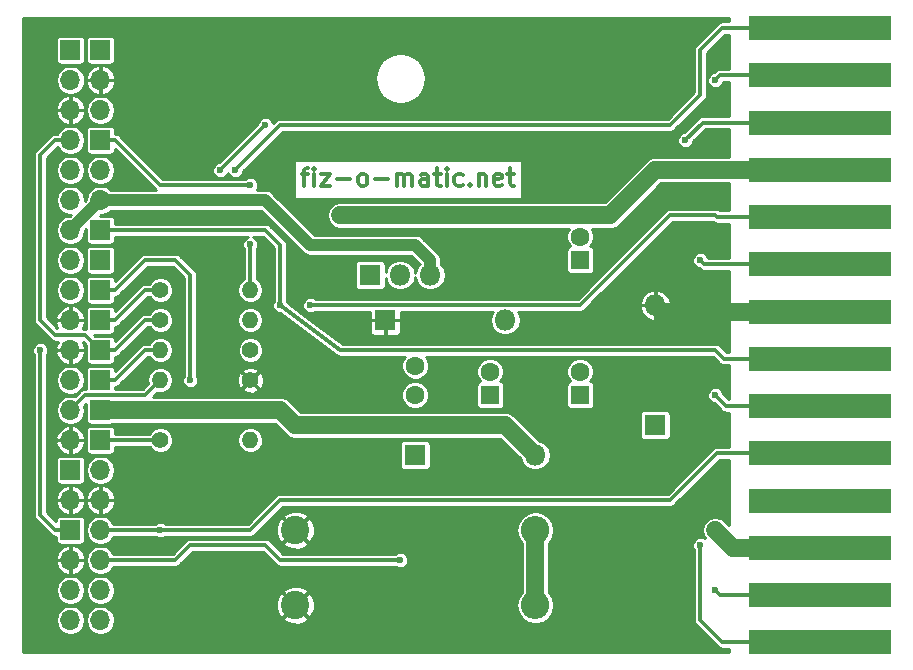
<source format=gtl>
G04 #@! TF.GenerationSoftware,KiCad,Pcbnew,(5.0.0-3-g5ebb6b6)*
G04 #@! TF.CreationDate,2018-12-30T11:26:31+01:00*
G04 #@! TF.ProjectId,Leiterfolie,4C6569746572666F6C69652E6B696361,rev?*
G04 #@! TF.SameCoordinates,Original*
G04 #@! TF.FileFunction,Copper,L1,Top,Signal*
G04 #@! TF.FilePolarity,Positive*
%FSLAX46Y46*%
G04 Gerber Fmt 4.6, Leading zero omitted, Abs format (unit mm)*
G04 Created by KiCad (PCBNEW (5.0.0-3-g5ebb6b6)) date Sunday, 30. December 2018 um 11:26:31*
%MOMM*%
%LPD*%
G01*
G04 APERTURE LIST*
G04 #@! TA.AperFunction,NonConductor*
%ADD10C,0.300000*%
G04 #@! TD*
G04 #@! TA.AperFunction,ComponentPad*
%ADD11R,1.700000X1.700000*%
G04 #@! TD*
G04 #@! TA.AperFunction,ComponentPad*
%ADD12O,1.700000X1.700000*%
G04 #@! TD*
G04 #@! TA.AperFunction,ComponentPad*
%ADD13C,1.400000*%
G04 #@! TD*
G04 #@! TA.AperFunction,ComponentPad*
%ADD14O,1.400000X1.400000*%
G04 #@! TD*
G04 #@! TA.AperFunction,SMDPad,CuDef*
%ADD15R,12.000000X2.000000*%
G04 #@! TD*
G04 #@! TA.AperFunction,ComponentPad*
%ADD16R,1.600000X1.600000*%
G04 #@! TD*
G04 #@! TA.AperFunction,ComponentPad*
%ADD17C,1.600000*%
G04 #@! TD*
G04 #@! TA.AperFunction,ComponentPad*
%ADD18R,1.800000X1.800000*%
G04 #@! TD*
G04 #@! TA.AperFunction,ComponentPad*
%ADD19O,1.800000X1.800000*%
G04 #@! TD*
G04 #@! TA.AperFunction,ComponentPad*
%ADD20C,2.400000*%
G04 #@! TD*
G04 #@! TA.AperFunction,ComponentPad*
%ADD21O,2.400000X2.400000*%
G04 #@! TD*
G04 #@! TA.AperFunction,ViaPad*
%ADD22C,1.200000*%
G04 #@! TD*
G04 #@! TA.AperFunction,ViaPad*
%ADD23C,0.600000*%
G04 #@! TD*
G04 #@! TA.AperFunction,Conductor*
%ADD24C,1.500000*%
G04 #@! TD*
G04 #@! TA.AperFunction,Conductor*
%ADD25C,0.350000*%
G04 #@! TD*
G04 #@! TA.AperFunction,Conductor*
%ADD26C,1.000000*%
G04 #@! TD*
G04 #@! TA.AperFunction,Conductor*
%ADD27C,0.254000*%
G04 #@! TD*
G04 APERTURE END LIST*
D10*
X95775000Y-95563571D02*
X96346428Y-95563571D01*
X95989285Y-96563571D02*
X95989285Y-95277857D01*
X96060714Y-95135000D01*
X96203571Y-95063571D01*
X96346428Y-95063571D01*
X96846428Y-96563571D02*
X96846428Y-95563571D01*
X96846428Y-95063571D02*
X96775000Y-95135000D01*
X96846428Y-95206428D01*
X96917857Y-95135000D01*
X96846428Y-95063571D01*
X96846428Y-95206428D01*
X97417857Y-95563571D02*
X98203571Y-95563571D01*
X97417857Y-96563571D01*
X98203571Y-96563571D01*
X98775000Y-95992142D02*
X99917857Y-95992142D01*
X100846428Y-96563571D02*
X100703571Y-96492142D01*
X100632142Y-96420714D01*
X100560714Y-96277857D01*
X100560714Y-95849285D01*
X100632142Y-95706428D01*
X100703571Y-95635000D01*
X100846428Y-95563571D01*
X101060714Y-95563571D01*
X101203571Y-95635000D01*
X101275000Y-95706428D01*
X101346428Y-95849285D01*
X101346428Y-96277857D01*
X101275000Y-96420714D01*
X101203571Y-96492142D01*
X101060714Y-96563571D01*
X100846428Y-96563571D01*
X101989285Y-95992142D02*
X103132142Y-95992142D01*
X103846428Y-96563571D02*
X103846428Y-95563571D01*
X103846428Y-95706428D02*
X103917857Y-95635000D01*
X104060714Y-95563571D01*
X104275000Y-95563571D01*
X104417857Y-95635000D01*
X104489285Y-95777857D01*
X104489285Y-96563571D01*
X104489285Y-95777857D02*
X104560714Y-95635000D01*
X104703571Y-95563571D01*
X104917857Y-95563571D01*
X105060714Y-95635000D01*
X105132142Y-95777857D01*
X105132142Y-96563571D01*
X106489285Y-96563571D02*
X106489285Y-95777857D01*
X106417857Y-95635000D01*
X106275000Y-95563571D01*
X105989285Y-95563571D01*
X105846428Y-95635000D01*
X106489285Y-96492142D02*
X106346428Y-96563571D01*
X105989285Y-96563571D01*
X105846428Y-96492142D01*
X105775000Y-96349285D01*
X105775000Y-96206428D01*
X105846428Y-96063571D01*
X105989285Y-95992142D01*
X106346428Y-95992142D01*
X106489285Y-95920714D01*
X106989285Y-95563571D02*
X107560714Y-95563571D01*
X107203571Y-95063571D02*
X107203571Y-96349285D01*
X107275000Y-96492142D01*
X107417857Y-96563571D01*
X107560714Y-96563571D01*
X108060714Y-96563571D02*
X108060714Y-95563571D01*
X108060714Y-95063571D02*
X107989285Y-95135000D01*
X108060714Y-95206428D01*
X108132142Y-95135000D01*
X108060714Y-95063571D01*
X108060714Y-95206428D01*
X109417857Y-96492142D02*
X109275000Y-96563571D01*
X108989285Y-96563571D01*
X108846428Y-96492142D01*
X108775000Y-96420714D01*
X108703571Y-96277857D01*
X108703571Y-95849285D01*
X108775000Y-95706428D01*
X108846428Y-95635000D01*
X108989285Y-95563571D01*
X109275000Y-95563571D01*
X109417857Y-95635000D01*
X110060714Y-96420714D02*
X110132142Y-96492142D01*
X110060714Y-96563571D01*
X109989285Y-96492142D01*
X110060714Y-96420714D01*
X110060714Y-96563571D01*
X110775000Y-95563571D02*
X110775000Y-96563571D01*
X110775000Y-95706428D02*
X110846428Y-95635000D01*
X110989285Y-95563571D01*
X111203571Y-95563571D01*
X111346428Y-95635000D01*
X111417857Y-95777857D01*
X111417857Y-96563571D01*
X112703571Y-96492142D02*
X112560714Y-96563571D01*
X112275000Y-96563571D01*
X112132142Y-96492142D01*
X112060714Y-96349285D01*
X112060714Y-95777857D01*
X112132142Y-95635000D01*
X112275000Y-95563571D01*
X112560714Y-95563571D01*
X112703571Y-95635000D01*
X112775000Y-95777857D01*
X112775000Y-95920714D01*
X112060714Y-96063571D01*
X113203571Y-95563571D02*
X113775000Y-95563571D01*
X113417857Y-95063571D02*
X113417857Y-96349285D01*
X113489285Y-96492142D01*
X113632142Y-96563571D01*
X113775000Y-96563571D01*
D11*
G04 #@! TO.P,J1,1*
G04 #@! TO.N,GND*
X78740000Y-85090000D03*
D12*
G04 #@! TO.P,J1,2*
G04 #@! TO.N,+12V*
X78740000Y-87630000D03*
G04 #@! TO.P,J1,3*
G04 #@! TO.N,RPM*
X78740000Y-90170000D03*
G04 #@! TD*
D11*
G04 #@! TO.P,J2,1*
G04 #@! TO.N,/0.3BAR*
X76200000Y-85090000D03*
D12*
G04 #@! TO.P,J2,2*
G04 #@! TO.N,/1.8BAR*
X76200000Y-87630000D03*
G04 #@! TO.P,J2,3*
G04 #@! TO.N,+12V*
X76200000Y-90170000D03*
G04 #@! TO.P,J2,4*
G04 #@! TO.N,Net-(D5-Pad1)*
X76200000Y-92710000D03*
G04 #@! TO.P,J2,5*
G04 #@! TO.N,GND*
X76200000Y-95250000D03*
G04 #@! TO.P,J2,6*
G04 #@! TO.N,RPM*
X76200000Y-97790000D03*
G04 #@! TD*
D13*
G04 #@! TO.P,R6,1*
G04 #@! TO.N,+12V*
X91440000Y-113030000D03*
D14*
G04 #@! TO.P,R6,2*
G04 #@! TO.N,Net-(D2-Pad2)*
X83820000Y-113030000D03*
G04 #@! TD*
D15*
G04 #@! TO.P,J3,1*
G04 #@! TO.N,INSTR.BEL*
X139700000Y-135220000D03*
G04 #@! TO.P,J3,2*
G04 #@! TO.N,/FERNLICHT*
X139700000Y-131220000D03*
G04 #@! TO.P,J3,3*
G04 #@! TO.N,GND*
X139700000Y-127220000D03*
G04 #@! TO.P,J3,4*
G04 #@! TO.N,Net-(J3-Pad4)*
X139700000Y-123220000D03*
G04 #@! TO.P,J3,5*
G04 #@! TO.N,UHR+*
X139700000Y-119220000D03*
G04 #@! TO.P,J3,6*
G04 #@! TO.N,WASSER*
X139700000Y-115220000D03*
G04 #@! TO.P,J3,7*
G04 #@! TO.N,TANK*
X139700000Y-111220000D03*
G04 #@! TO.P,J3,8*
G04 #@! TO.N,+12V*
X139700000Y-107220000D03*
G04 #@! TO.P,J3,9*
G04 #@! TO.N,RPM*
X139700000Y-103220000D03*
G04 #@! TO.P,J3,10*
G04 #@! TO.N,/BLINKER*
X139700000Y-99220000D03*
G04 #@! TO.P,J3,11*
G04 #@! TO.N,/LADEKONTR.*
X139700000Y-95220000D03*
G04 #@! TO.P,J3,12*
G04 #@! TO.N,/1.8BAR*
X139700000Y-91220000D03*
G04 #@! TO.P,J3,13*
G04 #@! TO.N,/0.3BAR*
X139700000Y-87220000D03*
G04 #@! TO.P,J3,14*
G04 #@! TO.N,/DIESEL*
X139700000Y-83220000D03*
G04 #@! TD*
D13*
G04 #@! TO.P,R2,1*
G04 #@! TO.N,Net-(D3-Pad1)*
X83820000Y-118110000D03*
D14*
G04 #@! TO.P,R2,2*
G04 #@! TO.N,/BLINKER*
X91440000Y-118110000D03*
G04 #@! TD*
D11*
G04 #@! TO.P,D3,1*
G04 #@! TO.N,Net-(D3-Pad1)*
X78740000Y-118110000D03*
D12*
G04 #@! TO.P,D3,2*
G04 #@! TO.N,+12V*
X76200000Y-118110000D03*
G04 #@! TD*
D11*
G04 #@! TO.P,J5,1*
G04 #@! TO.N,UHR+*
X78740000Y-105410000D03*
D12*
G04 #@! TO.P,J5,2*
G04 #@! TO.N,GND*
X76200000Y-105410000D03*
G04 #@! TD*
D11*
G04 #@! TO.P,J6,1*
G04 #@! TO.N,WASSER*
X78740000Y-92710000D03*
D12*
G04 #@! TO.P,J6,2*
G04 #@! TO.N,GND*
X78740000Y-95250000D03*
G04 #@! TO.P,J6,3*
G04 #@! TO.N,VCC*
X78740000Y-97790000D03*
G04 #@! TD*
D11*
G04 #@! TO.P,D2,1*
G04 #@! TO.N,Net-(D1-Pad2)*
X78740000Y-115570000D03*
D12*
G04 #@! TO.P,D2,2*
G04 #@! TO.N,Net-(D2-Pad2)*
X76200000Y-115570000D03*
G04 #@! TD*
D11*
G04 #@! TO.P,D4,1*
G04 #@! TO.N,Net-(D4-Pad1)*
X78740000Y-113030000D03*
D12*
G04 #@! TO.P,D4,2*
G04 #@! TO.N,/FERNLICHT*
X76200000Y-113030000D03*
G04 #@! TD*
D11*
G04 #@! TO.P,D5,1*
G04 #@! TO.N,Net-(D5-Pad1)*
X78740000Y-110490000D03*
D12*
G04 #@! TO.P,D5,2*
G04 #@! TO.N,+12V*
X76200000Y-110490000D03*
G04 #@! TD*
D11*
G04 #@! TO.P,D6,1*
G04 #@! TO.N,Net-(D6-Pad1)*
X78740000Y-107950000D03*
D12*
G04 #@! TO.P,D6,2*
G04 #@! TO.N,+12V*
X76200000Y-107950000D03*
G04 #@! TD*
D11*
G04 #@! TO.P,J7,1*
G04 #@! TO.N,TANK*
X78740000Y-100330000D03*
D12*
G04 #@! TO.P,J7,2*
G04 #@! TO.N,VCC*
X76200000Y-100330000D03*
G04 #@! TD*
D11*
G04 #@! TO.P,J8,1*
G04 #@! TO.N,GND*
X76200000Y-120650000D03*
D12*
G04 #@! TO.P,J8,2*
X78740000Y-120650000D03*
G04 #@! TO.P,J8,3*
G04 #@! TO.N,+12V*
X76200000Y-123190000D03*
G04 #@! TO.P,J8,4*
X78740000Y-123190000D03*
G04 #@! TD*
D11*
G04 #@! TO.P,J4,1*
G04 #@! TO.N,INSTR.BEL*
X78740000Y-102870000D03*
D12*
G04 #@! TO.P,J4,2*
G04 #@! TO.N,GND*
X76200000Y-102870000D03*
G04 #@! TD*
D16*
G04 #@! TO.P,C1,1*
G04 #@! TO.N,Net-(C1-Pad1)*
X119380000Y-114300000D03*
D17*
G04 #@! TO.P,C1,2*
G04 #@! TO.N,GND*
X119380000Y-112300000D03*
G04 #@! TD*
D16*
G04 #@! TO.P,C2,1*
G04 #@! TO.N,VCC*
X111760000Y-114300000D03*
D17*
G04 #@! TO.P,C2,2*
G04 #@! TO.N,GND*
X111760000Y-112300000D03*
G04 #@! TD*
G04 #@! TO.P,C3,1*
G04 #@! TO.N,VCC*
X105410000Y-114300000D03*
G04 #@! TO.P,C3,2*
G04 #@! TO.N,GND*
X105410000Y-111800000D03*
G04 #@! TD*
D18*
G04 #@! TO.P,D1,1*
G04 #@! TO.N,/LADEKONTR.*
X105410000Y-119380000D03*
D19*
G04 #@! TO.P,D1,2*
G04 #@! TO.N,Net-(D1-Pad2)*
X115570000Y-119380000D03*
G04 #@! TD*
D18*
G04 #@! TO.P,D7,1*
G04 #@! TO.N,Net-(C1-Pad1)*
X125730000Y-116840000D03*
D19*
G04 #@! TO.P,D7,2*
G04 #@! TO.N,+12V*
X125730000Y-106680000D03*
G04 #@! TD*
D18*
G04 #@! TO.P,D8,1*
G04 #@! TO.N,+12V*
X102870000Y-107950000D03*
D19*
G04 #@! TO.P,D8,2*
G04 #@! TO.N,GND*
X113030000Y-107950000D03*
G04 #@! TD*
D13*
G04 #@! TO.P,R1,1*
G04 #@! TO.N,Net-(D5-Pad1)*
X83820000Y-107950000D03*
D14*
G04 #@! TO.P,R1,2*
G04 #@! TO.N,/0.3BAR*
X91440000Y-107950000D03*
G04 #@! TD*
D13*
G04 #@! TO.P,R3,1*
G04 #@! TO.N,Net-(D6-Pad1)*
X83820000Y-105410000D03*
D14*
G04 #@! TO.P,R3,2*
G04 #@! TO.N,/DIESEL*
X91440000Y-105410000D03*
G04 #@! TD*
D13*
G04 #@! TO.P,R7,1*
G04 #@! TO.N,GND*
X91440000Y-110490000D03*
D14*
G04 #@! TO.P,R7,2*
G04 #@! TO.N,Net-(D4-Pad1)*
X83820000Y-110490000D03*
G04 #@! TD*
D20*
G04 #@! TO.P,R4,1*
G04 #@! TO.N,+12V*
X95250000Y-132080000D03*
D21*
G04 #@! TO.P,R4,2*
G04 #@! TO.N,Net-(D1-Pad2)*
X115570000Y-132080000D03*
G04 #@! TD*
D20*
G04 #@! TO.P,R5,1*
G04 #@! TO.N,+12V*
X95250000Y-125730000D03*
D21*
G04 #@! TO.P,R5,2*
G04 #@! TO.N,Net-(D1-Pad2)*
X115570000Y-125730000D03*
G04 #@! TD*
D18*
G04 #@! TO.P,U1,1*
G04 #@! TO.N,Net-(C1-Pad1)*
X101600000Y-104140000D03*
D19*
G04 #@! TO.P,U1,2*
G04 #@! TO.N,GND*
X104140000Y-104140000D03*
G04 #@! TO.P,U1,3*
G04 #@! TO.N,VCC*
X106680000Y-104140000D03*
G04 #@! TD*
D11*
G04 #@! TO.P,J9,1*
G04 #@! TO.N,RPM*
X76200000Y-125730000D03*
D12*
G04 #@! TO.P,J9,2*
G04 #@! TO.N,UHR+*
X78740000Y-125730000D03*
G04 #@! TO.P,J9,3*
G04 #@! TO.N,+12V*
X76200000Y-128270000D03*
G04 #@! TO.P,J9,4*
G04 #@! TO.N,INSTR.BEL*
X78740000Y-128270000D03*
G04 #@! TO.P,J9,5*
G04 #@! TO.N,GND*
X76200000Y-130810000D03*
G04 #@! TO.P,J9,6*
G04 #@! TO.N,TANK*
X78740000Y-130810000D03*
G04 #@! TO.P,J9,7*
G04 #@! TO.N,GND*
X76200000Y-133350000D03*
G04 #@! TO.P,J9,8*
G04 #@! TO.N,WASSER*
X78740000Y-133350000D03*
G04 #@! TD*
D16*
G04 #@! TO.P,C4,1*
G04 #@! TO.N,WASSER*
X119380000Y-102870000D03*
D17*
G04 #@! TO.P,C4,2*
G04 #@! TO.N,GND*
X119380000Y-100870000D03*
G04 #@! TD*
D22*
G04 #@! TO.N,+12V*
X125730000Y-113030000D03*
X128270000Y-124460000D03*
G04 #@! TO.N,GND*
X130810000Y-125730000D03*
D23*
G04 #@! TO.N,/0.3BAR*
X92710000Y-91440000D03*
X88900000Y-95250000D03*
X130810000Y-87630000D03*
G04 #@! TO.N,/1.8BAR*
X128270000Y-92710000D03*
G04 #@! TO.N,/FERNLICHT*
X130740002Y-130810000D03*
G04 #@! TO.N,/BLINKER*
X96520000Y-106680000D03*
D22*
G04 #@! TO.N,/LADEKONTR.*
X99060000Y-99060000D03*
D23*
G04 #@! TO.N,/DIESEL*
X90170000Y-95250000D03*
X91440000Y-101530002D03*
G04 #@! TO.N,RPM*
X73660000Y-110490000D03*
X129540000Y-102870000D03*
G04 #@! TO.N,INSTR.BEL*
X129540000Y-127000000D03*
X104140000Y-128270000D03*
G04 #@! TO.N,UHR+*
X83820000Y-125730000D03*
X86360000Y-113030000D03*
G04 #@! TO.N,WASSER*
X130810000Y-114300000D03*
X91440000Y-96520000D03*
G04 #@! TO.N,TANK*
X93980000Y-106680000D03*
G04 #@! TD*
D24*
G04 #@! TO.N,+12V*
X139700000Y-107220000D02*
X126270000Y-107220000D01*
X126270000Y-107220000D02*
X125730000Y-106680000D01*
G04 #@! TO.N,GND*
X139700000Y-127220000D02*
X132300000Y-127220000D01*
X132300000Y-127220000D02*
X130810000Y-125730000D01*
D25*
G04 #@! TO.N,/0.3BAR*
X88900000Y-95250000D02*
X92710000Y-91440000D01*
X139700000Y-87220000D02*
X131220000Y-87220000D01*
X131220000Y-87220000D02*
X130810000Y-87630000D01*
G04 #@! TO.N,/1.8BAR*
X139700000Y-91220000D02*
X129760000Y-91220000D01*
X129760000Y-91220000D02*
X128270000Y-92710000D01*
G04 #@! TO.N,/FERNLICHT*
X139700000Y-131220000D02*
X131220000Y-131220000D01*
X131220000Y-131220000D02*
X130810000Y-130810000D01*
X130810000Y-130810000D02*
X130740002Y-130810000D01*
G04 #@! TO.N,/BLINKER*
X139700000Y-99220000D02*
X130970000Y-99220000D01*
X130970000Y-99220000D02*
X130810000Y-99060000D01*
X130810000Y-99060000D02*
X127000000Y-99060000D01*
X119380000Y-106680000D02*
X127000000Y-99060000D01*
X96520000Y-106680000D02*
X119380000Y-106680000D01*
D24*
G04 #@! TO.N,/LADEKONTR.*
X139700000Y-95220000D02*
X125730000Y-95250000D01*
X121920000Y-99060000D02*
X99060000Y-99060000D01*
X125730000Y-95250000D02*
X121920000Y-99060000D01*
D25*
G04 #@! TO.N,/DIESEL*
X139700000Y-83220000D02*
X131410000Y-83220000D01*
X131410000Y-83220000D02*
X129540000Y-85090000D01*
X91440000Y-101530002D02*
X91440000Y-105410000D01*
X129540000Y-88900000D02*
X129540000Y-85090000D01*
X127000000Y-91440000D02*
X129540000Y-88900000D01*
X93980000Y-91440000D02*
X127000000Y-91440000D01*
X90170000Y-95250000D02*
X93980000Y-91440000D01*
D26*
G04 #@! TO.N,VCC*
X76200000Y-100330000D02*
X78740000Y-97790000D01*
X106680000Y-104140000D02*
X106680000Y-102870000D01*
X92710000Y-97790000D02*
X78740000Y-97790000D01*
X96520000Y-101600000D02*
X92710000Y-97790000D01*
X105410000Y-101600000D02*
X96520000Y-101600000D01*
X106680000Y-102870000D02*
X105410000Y-101600000D01*
D25*
G04 #@! TO.N,Net-(D2-Pad2)*
X76200000Y-115570000D02*
X77470000Y-114300000D01*
X82550000Y-114300000D02*
X83820000Y-113030000D01*
X77470000Y-114300000D02*
X82550000Y-114300000D01*
G04 #@! TO.N,Net-(D3-Pad1)*
X83820000Y-118110000D02*
X78740000Y-118110000D01*
G04 #@! TO.N,Net-(D4-Pad1)*
X78740000Y-113030000D02*
X80010000Y-113030000D01*
X82550000Y-110490000D02*
X83820000Y-110490000D01*
X80010000Y-113030000D02*
X82550000Y-110490000D01*
G04 #@! TO.N,Net-(D5-Pad1)*
X78740000Y-110490000D02*
X80010000Y-110490000D01*
X82550000Y-107950000D02*
X83820000Y-107950000D01*
X80010000Y-110490000D02*
X82550000Y-107950000D01*
X76200000Y-92710000D02*
X74930000Y-92710000D01*
X77470000Y-109220000D02*
X78740000Y-110490000D01*
X74930000Y-109220000D02*
X77470000Y-109220000D01*
X73660000Y-107950000D02*
X74930000Y-109220000D01*
X73660000Y-93980000D02*
X73660000Y-107950000D01*
X74930000Y-92710000D02*
X73660000Y-93980000D01*
D24*
G04 #@! TO.N,Net-(D1-Pad2)*
X115570000Y-125730000D02*
X115570000Y-132080000D01*
X78740000Y-115570000D02*
X93980000Y-115570000D01*
X113030000Y-116840000D02*
X115570000Y-119380000D01*
X95250000Y-116840000D02*
X113030000Y-116840000D01*
X93980000Y-115570000D02*
X95250000Y-116840000D01*
D25*
G04 #@! TO.N,Net-(D6-Pad1)*
X78740000Y-107950000D02*
X80010000Y-107950000D01*
X82550000Y-105410000D02*
X83820000Y-105410000D01*
X80010000Y-107950000D02*
X82550000Y-105410000D01*
G04 #@! TO.N,RPM*
X76200000Y-125730000D02*
X74930000Y-125730000D01*
X73660000Y-124460000D02*
X73660000Y-110490000D01*
X74930000Y-125730000D02*
X73660000Y-124460000D01*
X139700000Y-103220000D02*
X129890000Y-103220000D01*
X129890000Y-103220000D02*
X129540000Y-102870000D01*
G04 #@! TO.N,INSTR.BEL*
X139700000Y-135220000D02*
X131410000Y-135220000D01*
X131410000Y-135220000D02*
X129540000Y-133350000D01*
X129540000Y-133350000D02*
X129540000Y-127000000D01*
X104140000Y-128270000D02*
X93980000Y-128270000D01*
X93980000Y-128270000D02*
X92710000Y-127000000D01*
X92710000Y-127000000D02*
X86360000Y-127000000D01*
X86360000Y-127000000D02*
X85090000Y-128270000D01*
X85090000Y-128270000D02*
X78740000Y-128270000D01*
G04 #@! TO.N,UHR+*
X78740000Y-105410000D02*
X80010000Y-105410000D01*
X86360000Y-104140000D02*
X86360000Y-113030000D01*
X85090000Y-102870000D02*
X86360000Y-104140000D01*
X82550000Y-102870000D02*
X85090000Y-102870000D01*
X80010000Y-105410000D02*
X82550000Y-102870000D01*
X139700000Y-119220000D02*
X130970000Y-119220000D01*
X130970000Y-119220000D02*
X127000000Y-123190000D01*
X127000000Y-123190000D02*
X93980000Y-123190000D01*
X93980000Y-123190000D02*
X91440000Y-125730000D01*
X91440000Y-125730000D02*
X83820000Y-125730000D01*
X83820000Y-125730000D02*
X78740000Y-125730000D01*
G04 #@! TO.N,WASSER*
X139700000Y-115220000D02*
X131730000Y-115220000D01*
X131730000Y-115220000D02*
X130810000Y-114300000D01*
X91440000Y-96520000D02*
X83820000Y-96520000D01*
X83820000Y-96520000D02*
X80010000Y-92710000D01*
X80010000Y-92710000D02*
X78740000Y-92710000D01*
G04 #@! TO.N,TANK*
X139700000Y-111220000D02*
X131540000Y-111220000D01*
X130810000Y-110490000D02*
X99060000Y-110490000D01*
X99060000Y-110490000D02*
X93980000Y-106680000D01*
X131540000Y-111220000D02*
X130810000Y-110490000D01*
X92710000Y-100330000D02*
X78740000Y-100330000D01*
X93980000Y-106680000D02*
X93980000Y-101600000D01*
X93980000Y-101600000D02*
X92710000Y-100330000D01*
G04 #@! TD*
D27*
G04 #@! TO.N,+12V*
G36*
X131953000Y-82664000D02*
X131464752Y-82664000D01*
X131409999Y-82653109D01*
X131355246Y-82664000D01*
X131355242Y-82664000D01*
X131193060Y-82696260D01*
X131009147Y-82819147D01*
X130978128Y-82865570D01*
X129185568Y-84658130D01*
X129139148Y-84689147D01*
X129108131Y-84735567D01*
X129108129Y-84735569D01*
X129016261Y-84873060D01*
X128973109Y-85090000D01*
X128984001Y-85144758D01*
X128984000Y-88669698D01*
X126769698Y-90884000D01*
X94034754Y-90884000D01*
X93980000Y-90873109D01*
X93925246Y-90884000D01*
X93925242Y-90884000D01*
X93797847Y-90909340D01*
X93763059Y-90916260D01*
X93625568Y-91008129D01*
X93625567Y-91008130D01*
X93579147Y-91039147D01*
X93548130Y-91085567D01*
X93372886Y-91260811D01*
X93287324Y-91054244D01*
X93095756Y-90862676D01*
X92845459Y-90759000D01*
X92574541Y-90759000D01*
X92324244Y-90862676D01*
X92132676Y-91054244D01*
X92029000Y-91304541D01*
X92029000Y-91334697D01*
X88794698Y-94569000D01*
X88764541Y-94569000D01*
X88514244Y-94672676D01*
X88322676Y-94864244D01*
X88219000Y-95114541D01*
X88219000Y-95385459D01*
X88322676Y-95635756D01*
X88514244Y-95827324D01*
X88764541Y-95931000D01*
X89035459Y-95931000D01*
X89285756Y-95827324D01*
X89477324Y-95635756D01*
X89535000Y-95496513D01*
X89592676Y-95635756D01*
X89784244Y-95827324D01*
X90034541Y-95931000D01*
X90305459Y-95931000D01*
X90555756Y-95827324D01*
X90747324Y-95635756D01*
X90851000Y-95385459D01*
X90851000Y-95355302D01*
X91857302Y-94349000D01*
X95101143Y-94349000D01*
X95101143Y-97661000D01*
X114448857Y-97661000D01*
X114448857Y-94349000D01*
X95101143Y-94349000D01*
X91857302Y-94349000D01*
X94210303Y-91996000D01*
X126945247Y-91996000D01*
X127000000Y-92006891D01*
X127054753Y-91996000D01*
X127054758Y-91996000D01*
X127216940Y-91963740D01*
X127400853Y-91840853D01*
X127431872Y-91794430D01*
X129894431Y-89331871D01*
X129940853Y-89300853D01*
X130063740Y-89116940D01*
X130096000Y-88954758D01*
X130096000Y-88954754D01*
X130106891Y-88900001D01*
X130096000Y-88845248D01*
X130096000Y-85320302D01*
X131640302Y-83776000D01*
X131953000Y-83776000D01*
X131953000Y-86664000D01*
X131274758Y-86664000D01*
X131220000Y-86653108D01*
X131003059Y-86696260D01*
X130865568Y-86788129D01*
X130865567Y-86788130D01*
X130819147Y-86819147D01*
X130788130Y-86865567D01*
X130704697Y-86949000D01*
X130674541Y-86949000D01*
X130424244Y-87052676D01*
X130232676Y-87244244D01*
X130129000Y-87494541D01*
X130129000Y-87765459D01*
X130232676Y-88015756D01*
X130424244Y-88207324D01*
X130674541Y-88311000D01*
X130945459Y-88311000D01*
X131195756Y-88207324D01*
X131387324Y-88015756D01*
X131486634Y-87776000D01*
X131953000Y-87776000D01*
X131953000Y-90664000D01*
X129814752Y-90664000D01*
X129759999Y-90653109D01*
X129705246Y-90664000D01*
X129705242Y-90664000D01*
X129543060Y-90696260D01*
X129359147Y-90819147D01*
X129328128Y-90865570D01*
X128164698Y-92029000D01*
X128134541Y-92029000D01*
X127884244Y-92132676D01*
X127692676Y-92324244D01*
X127589000Y-92574541D01*
X127589000Y-92845459D01*
X127692676Y-93095756D01*
X127884244Y-93287324D01*
X128134541Y-93391000D01*
X128405459Y-93391000D01*
X128655756Y-93287324D01*
X128847324Y-93095756D01*
X128951000Y-92845459D01*
X128951000Y-92815302D01*
X129990302Y-91776000D01*
X131953000Y-91776000D01*
X131953000Y-94105634D01*
X125840189Y-94118761D01*
X125730000Y-94096843D01*
X125617406Y-94119239D01*
X125616181Y-94119242D01*
X125508376Y-94140927D01*
X125288706Y-94184622D01*
X125287654Y-94185325D01*
X125286420Y-94185573D01*
X125101023Y-94310028D01*
X125009027Y-94371497D01*
X125008157Y-94372367D01*
X124912846Y-94436348D01*
X124850632Y-94529892D01*
X121451525Y-97929000D01*
X98948609Y-97929000D01*
X98618706Y-97994622D01*
X98244595Y-98244595D01*
X97994622Y-98618706D01*
X97906843Y-99060000D01*
X97994622Y-99501294D01*
X98244595Y-99875405D01*
X98618706Y-100125378D01*
X98948609Y-100191000D01*
X118388814Y-100191000D01*
X118378797Y-100201017D01*
X118199000Y-100635085D01*
X118199000Y-101104915D01*
X118378797Y-101538983D01*
X118531081Y-101691267D01*
X118431341Y-101711106D01*
X118305314Y-101795314D01*
X118221106Y-101921341D01*
X118191536Y-102070000D01*
X118191536Y-103670000D01*
X118221106Y-103818659D01*
X118305314Y-103944686D01*
X118431341Y-104028894D01*
X118580000Y-104058464D01*
X120180000Y-104058464D01*
X120328659Y-104028894D01*
X120454686Y-103944686D01*
X120538894Y-103818659D01*
X120568464Y-103670000D01*
X120568464Y-102070000D01*
X120538894Y-101921341D01*
X120454686Y-101795314D01*
X120328659Y-101711106D01*
X120228919Y-101691267D01*
X120381203Y-101538983D01*
X120561000Y-101104915D01*
X120561000Y-100635085D01*
X120381203Y-100201017D01*
X120371186Y-100191000D01*
X121808614Y-100191000D01*
X121920000Y-100213156D01*
X122031386Y-100191000D01*
X122031391Y-100191000D01*
X122361294Y-100125378D01*
X122735405Y-99875405D01*
X122798503Y-99780972D01*
X126199482Y-96379994D01*
X131953000Y-96367639D01*
X131953000Y-98664000D01*
X131214096Y-98664000D01*
X131210853Y-98659147D01*
X131026940Y-98536260D01*
X130864758Y-98504000D01*
X130864753Y-98504000D01*
X130810000Y-98493109D01*
X130755247Y-98504000D01*
X127054752Y-98504000D01*
X126999999Y-98493109D01*
X126945246Y-98504000D01*
X126945242Y-98504000D01*
X126783060Y-98536260D01*
X126599147Y-98659147D01*
X126568128Y-98705570D01*
X119149698Y-106124000D01*
X96927080Y-106124000D01*
X96905756Y-106102676D01*
X96655459Y-105999000D01*
X96384541Y-105999000D01*
X96134244Y-106102676D01*
X95942676Y-106294244D01*
X95839000Y-106544541D01*
X95839000Y-106815459D01*
X95942676Y-107065756D01*
X96134244Y-107257324D01*
X96384541Y-107361000D01*
X96655459Y-107361000D01*
X96905756Y-107257324D01*
X96927080Y-107236000D01*
X101539000Y-107236000D01*
X101539000Y-107817250D01*
X101646750Y-107925000D01*
X102845000Y-107925000D01*
X102845000Y-107905000D01*
X102895000Y-107905000D01*
X102895000Y-107925000D01*
X104093250Y-107925000D01*
X104201000Y-107817250D01*
X104201000Y-107236000D01*
X111966435Y-107236000D01*
X111823325Y-107450179D01*
X111723904Y-107950000D01*
X111823325Y-108449821D01*
X112106451Y-108873549D01*
X112530179Y-109156675D01*
X112903834Y-109231000D01*
X113156166Y-109231000D01*
X113529821Y-109156675D01*
X113953549Y-108873549D01*
X114236675Y-108449821D01*
X114336096Y-107950000D01*
X114236675Y-107450179D01*
X114093565Y-107236000D01*
X119325247Y-107236000D01*
X119380000Y-107246891D01*
X119434753Y-107236000D01*
X119434758Y-107236000D01*
X119596940Y-107203740D01*
X119780853Y-107080853D01*
X119811872Y-107034430D01*
X119933432Y-106912870D01*
X124419528Y-106912870D01*
X124608397Y-107396640D01*
X124968020Y-107771308D01*
X125443648Y-107979834D01*
X125497130Y-107990470D01*
X125705000Y-107902995D01*
X125705000Y-106705000D01*
X125755000Y-106705000D01*
X125755000Y-107902995D01*
X125962870Y-107990470D01*
X126016352Y-107979834D01*
X126491980Y-107771308D01*
X126851603Y-107396640D01*
X127040472Y-106912870D01*
X126953017Y-106705000D01*
X125755000Y-106705000D01*
X125705000Y-106705000D01*
X124506983Y-106705000D01*
X124419528Y-106912870D01*
X119933432Y-106912870D01*
X120399172Y-106447130D01*
X124419528Y-106447130D01*
X124506983Y-106655000D01*
X125705000Y-106655000D01*
X125705000Y-105457005D01*
X125755000Y-105457005D01*
X125755000Y-106655000D01*
X126953017Y-106655000D01*
X127040472Y-106447130D01*
X126851603Y-105963360D01*
X126491980Y-105588692D01*
X126016352Y-105380166D01*
X125962870Y-105369530D01*
X125755000Y-105457005D01*
X125705000Y-105457005D01*
X125497130Y-105369530D01*
X125443648Y-105380166D01*
X124968020Y-105588692D01*
X124608397Y-105963360D01*
X124419528Y-106447130D01*
X120399172Y-106447130D01*
X127230302Y-99616000D01*
X130565904Y-99616000D01*
X130569147Y-99620853D01*
X130753060Y-99743740D01*
X130915242Y-99776000D01*
X130915246Y-99776000D01*
X130969999Y-99786891D01*
X131024752Y-99776000D01*
X131953000Y-99776000D01*
X131953000Y-102664000D01*
X130191781Y-102664000D01*
X130117324Y-102484244D01*
X129925756Y-102292676D01*
X129675459Y-102189000D01*
X129404541Y-102189000D01*
X129154244Y-102292676D01*
X128962676Y-102484244D01*
X128859000Y-102734541D01*
X128859000Y-103005459D01*
X128962676Y-103255756D01*
X129154244Y-103447324D01*
X129404541Y-103551000D01*
X129434698Y-103551000D01*
X129458128Y-103574430D01*
X129489147Y-103620853D01*
X129535569Y-103651871D01*
X129673059Y-103743740D01*
X129707847Y-103750660D01*
X129835242Y-103776000D01*
X129835246Y-103776000D01*
X129890000Y-103786891D01*
X129944754Y-103776000D01*
X131953000Y-103776000D01*
X131953000Y-110664000D01*
X131770303Y-110664000D01*
X131241872Y-110135569D01*
X131210853Y-110089147D01*
X131026940Y-109966260D01*
X130864758Y-109934000D01*
X130864753Y-109934000D01*
X130810000Y-109923109D01*
X130755247Y-109934000D01*
X99245334Y-109934000D01*
X96777000Y-108082750D01*
X101539000Y-108082750D01*
X101539000Y-108935731D01*
X101604616Y-109094142D01*
X101725858Y-109215384D01*
X101884269Y-109281000D01*
X102737250Y-109281000D01*
X102845000Y-109173250D01*
X102845000Y-107975000D01*
X102895000Y-107975000D01*
X102895000Y-109173250D01*
X103002750Y-109281000D01*
X103855731Y-109281000D01*
X104014142Y-109215384D01*
X104135384Y-109094142D01*
X104201000Y-108935731D01*
X104201000Y-108082750D01*
X104093250Y-107975000D01*
X102895000Y-107975000D01*
X102845000Y-107975000D01*
X101646750Y-107975000D01*
X101539000Y-108082750D01*
X96777000Y-108082750D01*
X94631683Y-106473763D01*
X94557324Y-106294244D01*
X94536000Y-106272920D01*
X94536000Y-101654752D01*
X94546891Y-101599999D01*
X94536000Y-101545246D01*
X94536000Y-101545242D01*
X94503740Y-101383060D01*
X94380853Y-101199147D01*
X94334430Y-101168128D01*
X93141872Y-99975570D01*
X93110853Y-99929147D01*
X92926940Y-99806260D01*
X92764758Y-99774000D01*
X92764753Y-99774000D01*
X92710000Y-99763109D01*
X92655247Y-99774000D01*
X79978464Y-99774000D01*
X79978464Y-99480000D01*
X79948894Y-99331341D01*
X79864686Y-99205314D01*
X79738659Y-99121106D01*
X79590000Y-99091536D01*
X78684386Y-99091536D01*
X78754922Y-99021000D01*
X78861239Y-99021000D01*
X79220312Y-98949576D01*
X79627501Y-98677501D01*
X79631845Y-98671000D01*
X92345079Y-98671000D01*
X95835685Y-102161607D01*
X95884835Y-102235165D01*
X96051102Y-102346261D01*
X96176251Y-102429883D01*
X96520000Y-102498259D01*
X96606767Y-102481000D01*
X105045079Y-102481000D01*
X105770885Y-103206807D01*
X105756451Y-103216451D01*
X105473325Y-103640179D01*
X105410000Y-103958534D01*
X105346675Y-103640179D01*
X105063549Y-103216451D01*
X104639821Y-102933325D01*
X104266166Y-102859000D01*
X104013834Y-102859000D01*
X103640179Y-102933325D01*
X103216451Y-103216451D01*
X102933325Y-103640179D01*
X102888464Y-103865710D01*
X102888464Y-103240000D01*
X102858894Y-103091341D01*
X102774686Y-102965314D01*
X102648659Y-102881106D01*
X102500000Y-102851536D01*
X100700000Y-102851536D01*
X100551341Y-102881106D01*
X100425314Y-102965314D01*
X100341106Y-103091341D01*
X100311536Y-103240000D01*
X100311536Y-105040000D01*
X100341106Y-105188659D01*
X100425314Y-105314686D01*
X100551341Y-105398894D01*
X100700000Y-105428464D01*
X102500000Y-105428464D01*
X102648659Y-105398894D01*
X102774686Y-105314686D01*
X102858894Y-105188659D01*
X102888464Y-105040000D01*
X102888464Y-104414290D01*
X102933325Y-104639821D01*
X103216451Y-105063549D01*
X103640179Y-105346675D01*
X104013834Y-105421000D01*
X104266166Y-105421000D01*
X104639821Y-105346675D01*
X105063549Y-105063549D01*
X105346675Y-104639821D01*
X105410000Y-104321466D01*
X105473325Y-104639821D01*
X105756451Y-105063549D01*
X106180179Y-105346675D01*
X106553834Y-105421000D01*
X106806166Y-105421000D01*
X107179821Y-105346675D01*
X107603549Y-105063549D01*
X107886675Y-104639821D01*
X107986096Y-104140000D01*
X107886675Y-103640179D01*
X107603549Y-103216451D01*
X107561000Y-103188021D01*
X107561000Y-102956761D01*
X107578258Y-102869999D01*
X107561000Y-102783238D01*
X107561000Y-102783233D01*
X107509883Y-102526251D01*
X107315165Y-102234835D01*
X107241607Y-102185685D01*
X106094317Y-101038395D01*
X106045165Y-100964835D01*
X105753749Y-100770117D01*
X105496767Y-100719000D01*
X105496763Y-100719000D01*
X105410000Y-100701742D01*
X105323237Y-100719000D01*
X96884922Y-100719000D01*
X93394317Y-97228396D01*
X93345165Y-97154835D01*
X93053749Y-96960117D01*
X92796767Y-96909000D01*
X92796763Y-96909000D01*
X92710000Y-96891742D01*
X92623237Y-96909000D01*
X92014080Y-96909000D01*
X92017324Y-96905756D01*
X92121000Y-96655459D01*
X92121000Y-96384541D01*
X92017324Y-96134244D01*
X91825756Y-95942676D01*
X91575459Y-95839000D01*
X91304541Y-95839000D01*
X91054244Y-95942676D01*
X91032920Y-95964000D01*
X84050303Y-95964000D01*
X80441871Y-92355569D01*
X80410853Y-92309147D01*
X80226940Y-92186260D01*
X80064758Y-92154000D01*
X80064753Y-92154000D01*
X80010000Y-92143109D01*
X79978464Y-92149382D01*
X79978464Y-91860000D01*
X79948894Y-91711341D01*
X79864686Y-91585314D01*
X79738659Y-91501106D01*
X79590000Y-91471536D01*
X77890000Y-91471536D01*
X77741341Y-91501106D01*
X77615314Y-91585314D01*
X77531106Y-91711341D01*
X77501536Y-91860000D01*
X77501536Y-93560000D01*
X77531106Y-93708659D01*
X77615314Y-93834686D01*
X77741341Y-93918894D01*
X77890000Y-93948464D01*
X79590000Y-93948464D01*
X79738659Y-93918894D01*
X79864686Y-93834686D01*
X79948894Y-93708659D01*
X79978464Y-93560000D01*
X79978464Y-93464766D01*
X83388130Y-96874433D01*
X83411227Y-96909000D01*
X79631845Y-96909000D01*
X79627501Y-96902499D01*
X79220312Y-96630424D01*
X78861239Y-96559000D01*
X78618761Y-96559000D01*
X78259688Y-96630424D01*
X77852499Y-96902499D01*
X77580424Y-97309688D01*
X77484884Y-97790000D01*
X77486409Y-97797669D01*
X77445442Y-97838637D01*
X77455116Y-97790000D01*
X77359576Y-97309688D01*
X77087501Y-96902499D01*
X76680312Y-96630424D01*
X76321239Y-96559000D01*
X76078761Y-96559000D01*
X75719688Y-96630424D01*
X75312499Y-96902499D01*
X75040424Y-97309688D01*
X74944884Y-97790000D01*
X75040424Y-98270312D01*
X75312499Y-98677501D01*
X75719688Y-98949576D01*
X76078761Y-99021000D01*
X76263079Y-99021000D01*
X76185079Y-99099000D01*
X76078761Y-99099000D01*
X75719688Y-99170424D01*
X75312499Y-99442499D01*
X75040424Y-99849688D01*
X74944884Y-100330000D01*
X75040424Y-100810312D01*
X75312499Y-101217501D01*
X75719688Y-101489576D01*
X76078761Y-101561000D01*
X76321239Y-101561000D01*
X76680312Y-101489576D01*
X77087501Y-101217501D01*
X77359576Y-100810312D01*
X77455116Y-100330000D01*
X77453590Y-100322331D01*
X77501536Y-100274385D01*
X77501536Y-101180000D01*
X77531106Y-101328659D01*
X77615314Y-101454686D01*
X77741341Y-101538894D01*
X77890000Y-101568464D01*
X79590000Y-101568464D01*
X79738659Y-101538894D01*
X79864686Y-101454686D01*
X79948894Y-101328659D01*
X79978464Y-101180000D01*
X79978464Y-100886000D01*
X91215220Y-100886000D01*
X91054244Y-100952678D01*
X90862676Y-101144246D01*
X90759000Y-101394543D01*
X90759000Y-101665461D01*
X90862676Y-101915758D01*
X90884000Y-101937082D01*
X90884001Y-104481399D01*
X90660642Y-104630642D01*
X90421720Y-104988215D01*
X90337822Y-105410000D01*
X90421720Y-105831785D01*
X90660642Y-106189358D01*
X91018215Y-106428280D01*
X91333531Y-106491000D01*
X91546469Y-106491000D01*
X91861785Y-106428280D01*
X92219358Y-106189358D01*
X92458280Y-105831785D01*
X92542178Y-105410000D01*
X92458280Y-104988215D01*
X92219358Y-104630642D01*
X91996000Y-104481399D01*
X91996000Y-101937082D01*
X92017324Y-101915758D01*
X92121000Y-101665461D01*
X92121000Y-101394543D01*
X92017324Y-101144246D01*
X91825756Y-100952678D01*
X91664780Y-100886000D01*
X92479698Y-100886000D01*
X93424001Y-101830303D01*
X93424000Y-106272920D01*
X93402676Y-106294244D01*
X93299000Y-106544541D01*
X93299000Y-106815459D01*
X93402676Y-107065756D01*
X93594244Y-107257324D01*
X93844541Y-107361000D01*
X93961334Y-107361000D01*
X98650450Y-110877837D01*
X98659147Y-110890853D01*
X98738507Y-110943880D01*
X98770206Y-110967654D01*
X98783956Y-110974248D01*
X98843060Y-111013740D01*
X98882787Y-111021642D01*
X98919308Y-111039156D01*
X98990283Y-111043024D01*
X99005242Y-111046000D01*
X99044875Y-111046000D01*
X99140170Y-111051194D01*
X99154936Y-111046000D01*
X104493814Y-111046000D01*
X104408797Y-111131017D01*
X104229000Y-111565085D01*
X104229000Y-112034915D01*
X104408797Y-112468983D01*
X104741017Y-112801203D01*
X105175085Y-112981000D01*
X105644915Y-112981000D01*
X106078983Y-112801203D01*
X106411203Y-112468983D01*
X106591000Y-112034915D01*
X106591000Y-111565085D01*
X106411203Y-111131017D01*
X106326186Y-111046000D01*
X130579698Y-111046000D01*
X131108130Y-111574433D01*
X131139147Y-111620853D01*
X131185567Y-111651870D01*
X131185568Y-111651871D01*
X131202200Y-111662984D01*
X131323060Y-111743740D01*
X131485242Y-111776000D01*
X131485247Y-111776000D01*
X131540000Y-111786891D01*
X131594753Y-111776000D01*
X131953000Y-111776000D01*
X131953000Y-114656698D01*
X131491000Y-114194698D01*
X131491000Y-114164541D01*
X131387324Y-113914244D01*
X131195756Y-113722676D01*
X130945459Y-113619000D01*
X130674541Y-113619000D01*
X130424244Y-113722676D01*
X130232676Y-113914244D01*
X130129000Y-114164541D01*
X130129000Y-114435459D01*
X130232676Y-114685756D01*
X130424244Y-114877324D01*
X130674541Y-114981000D01*
X130704698Y-114981000D01*
X131298128Y-115574430D01*
X131329147Y-115620853D01*
X131513060Y-115743740D01*
X131675242Y-115776000D01*
X131675246Y-115776000D01*
X131729999Y-115786891D01*
X131784752Y-115776000D01*
X131953000Y-115776000D01*
X131953000Y-118664000D01*
X131024753Y-118664000D01*
X130970000Y-118653109D01*
X130915247Y-118664000D01*
X130915242Y-118664000D01*
X130753060Y-118696260D01*
X130753058Y-118696261D01*
X130753059Y-118696261D01*
X130615568Y-118788129D01*
X130615567Y-118788130D01*
X130569147Y-118819147D01*
X130538130Y-118865567D01*
X126769698Y-122634000D01*
X94034752Y-122634000D01*
X93979999Y-122623109D01*
X93925246Y-122634000D01*
X93925242Y-122634000D01*
X93763060Y-122666260D01*
X93579147Y-122789147D01*
X93548129Y-122835569D01*
X91209698Y-125174000D01*
X84227080Y-125174000D01*
X84205756Y-125152676D01*
X83955459Y-125049000D01*
X83684541Y-125049000D01*
X83434244Y-125152676D01*
X83412920Y-125174000D01*
X79849003Y-125174000D01*
X79627501Y-124842499D01*
X79220312Y-124570424D01*
X78861239Y-124499000D01*
X78618761Y-124499000D01*
X78259688Y-124570424D01*
X77852499Y-124842499D01*
X77580424Y-125249688D01*
X77484884Y-125730000D01*
X77580424Y-126210312D01*
X77852499Y-126617501D01*
X78259688Y-126889576D01*
X78618761Y-126961000D01*
X78861239Y-126961000D01*
X79220312Y-126889576D01*
X79627501Y-126617501D01*
X79849003Y-126286000D01*
X83412920Y-126286000D01*
X83434244Y-126307324D01*
X83684541Y-126411000D01*
X83955459Y-126411000D01*
X84205756Y-126307324D01*
X84227080Y-126286000D01*
X91385247Y-126286000D01*
X91440000Y-126296891D01*
X91494753Y-126286000D01*
X91494758Y-126286000D01*
X91656940Y-126253740D01*
X91840853Y-126130853D01*
X91871872Y-126084430D01*
X91941496Y-126014806D01*
X93611617Y-126014806D01*
X93845322Y-126620108D01*
X93890100Y-126687123D01*
X94132770Y-126811875D01*
X95214645Y-125730000D01*
X95285355Y-125730000D01*
X96367230Y-126811875D01*
X96609900Y-126687123D01*
X96872659Y-126093856D01*
X96881479Y-125730000D01*
X113958027Y-125730000D01*
X114080731Y-126346875D01*
X114430163Y-126869837D01*
X114439000Y-126875742D01*
X114439001Y-130934258D01*
X114430163Y-130940163D01*
X114080731Y-131463125D01*
X113958027Y-132080000D01*
X114080731Y-132696875D01*
X114430163Y-133219837D01*
X114953125Y-133569269D01*
X115414288Y-133661000D01*
X115725712Y-133661000D01*
X116186875Y-133569269D01*
X116709837Y-133219837D01*
X117059269Y-132696875D01*
X117181973Y-132080000D01*
X117059269Y-131463125D01*
X116709837Y-130940163D01*
X116701000Y-130934258D01*
X116701000Y-126875742D01*
X116709837Y-126869837D01*
X117059269Y-126346875D01*
X117181973Y-125730000D01*
X117059269Y-125113125D01*
X116709837Y-124590163D01*
X116186875Y-124240731D01*
X115725712Y-124149000D01*
X115414288Y-124149000D01*
X114953125Y-124240731D01*
X114430163Y-124590163D01*
X114080731Y-125113125D01*
X113958027Y-125730000D01*
X96881479Y-125730000D01*
X96888383Y-125445194D01*
X96654678Y-124839892D01*
X96609900Y-124772877D01*
X96367230Y-124648125D01*
X95285355Y-125730000D01*
X95214645Y-125730000D01*
X94132770Y-124648125D01*
X93890100Y-124772877D01*
X93627341Y-125366144D01*
X93611617Y-126014806D01*
X91941496Y-126014806D01*
X93343532Y-124612770D01*
X94168125Y-124612770D01*
X95250000Y-125694645D01*
X96331875Y-124612770D01*
X96207123Y-124370100D01*
X95613856Y-124107341D01*
X94965194Y-124091617D01*
X94359892Y-124325322D01*
X94292877Y-124370100D01*
X94168125Y-124612770D01*
X93343532Y-124612770D01*
X94210302Y-123746000D01*
X126945247Y-123746000D01*
X127000000Y-123756891D01*
X127054753Y-123746000D01*
X127054758Y-123746000D01*
X127216940Y-123713740D01*
X127400853Y-123590853D01*
X127431872Y-123544430D01*
X131200303Y-119776000D01*
X131953000Y-119776000D01*
X131953000Y-125273525D01*
X131530972Y-124851497D01*
X131251294Y-124664623D01*
X130810000Y-124576844D01*
X130368706Y-124664623D01*
X129994595Y-124914595D01*
X129744623Y-125288706D01*
X129656844Y-125730000D01*
X129744623Y-126171294D01*
X129907552Y-126415136D01*
X129675459Y-126319000D01*
X129404541Y-126319000D01*
X129154244Y-126422676D01*
X128962676Y-126614244D01*
X128859000Y-126864541D01*
X128859000Y-127135459D01*
X128962676Y-127385756D01*
X128984001Y-127407081D01*
X128984000Y-133295247D01*
X128973109Y-133350000D01*
X128984000Y-133404753D01*
X128984000Y-133404757D01*
X129016260Y-133566939D01*
X129139147Y-133750853D01*
X129185570Y-133781872D01*
X130978128Y-135574430D01*
X131009147Y-135620853D01*
X131193060Y-135743740D01*
X131355242Y-135776000D01*
X131355246Y-135776000D01*
X131409999Y-135786891D01*
X131464752Y-135776000D01*
X131953000Y-135776000D01*
X131953000Y-136069000D01*
X72211000Y-136069000D01*
X72211000Y-133350000D01*
X74944884Y-133350000D01*
X75040424Y-133830312D01*
X75312499Y-134237501D01*
X75719688Y-134509576D01*
X76078761Y-134581000D01*
X76321239Y-134581000D01*
X76680312Y-134509576D01*
X77087501Y-134237501D01*
X77359576Y-133830312D01*
X77455116Y-133350000D01*
X77484884Y-133350000D01*
X77580424Y-133830312D01*
X77852499Y-134237501D01*
X78259688Y-134509576D01*
X78618761Y-134581000D01*
X78861239Y-134581000D01*
X79220312Y-134509576D01*
X79627501Y-134237501D01*
X79899576Y-133830312D01*
X79995116Y-133350000D01*
X79964729Y-133197230D01*
X94168125Y-133197230D01*
X94292877Y-133439900D01*
X94886144Y-133702659D01*
X95534806Y-133718383D01*
X96140108Y-133484678D01*
X96207123Y-133439900D01*
X96331875Y-133197230D01*
X95250000Y-132115355D01*
X94168125Y-133197230D01*
X79964729Y-133197230D01*
X79899576Y-132869688D01*
X79627501Y-132462499D01*
X79481294Y-132364806D01*
X93611617Y-132364806D01*
X93845322Y-132970108D01*
X93890100Y-133037123D01*
X94132770Y-133161875D01*
X95214645Y-132080000D01*
X95285355Y-132080000D01*
X96367230Y-133161875D01*
X96609900Y-133037123D01*
X96872659Y-132443856D01*
X96888383Y-131795194D01*
X96654678Y-131189892D01*
X96609900Y-131122877D01*
X96367230Y-130998125D01*
X95285355Y-132080000D01*
X95214645Y-132080000D01*
X94132770Y-130998125D01*
X93890100Y-131122877D01*
X93627341Y-131716144D01*
X93611617Y-132364806D01*
X79481294Y-132364806D01*
X79220312Y-132190424D01*
X78861239Y-132119000D01*
X78618761Y-132119000D01*
X78259688Y-132190424D01*
X77852499Y-132462499D01*
X77580424Y-132869688D01*
X77484884Y-133350000D01*
X77455116Y-133350000D01*
X77359576Y-132869688D01*
X77087501Y-132462499D01*
X76680312Y-132190424D01*
X76321239Y-132119000D01*
X76078761Y-132119000D01*
X75719688Y-132190424D01*
X75312499Y-132462499D01*
X75040424Y-132869688D01*
X74944884Y-133350000D01*
X72211000Y-133350000D01*
X72211000Y-130810000D01*
X74944884Y-130810000D01*
X75040424Y-131290312D01*
X75312499Y-131697501D01*
X75719688Y-131969576D01*
X76078761Y-132041000D01*
X76321239Y-132041000D01*
X76680312Y-131969576D01*
X77087501Y-131697501D01*
X77359576Y-131290312D01*
X77455116Y-130810000D01*
X77484884Y-130810000D01*
X77580424Y-131290312D01*
X77852499Y-131697501D01*
X78259688Y-131969576D01*
X78618761Y-132041000D01*
X78861239Y-132041000D01*
X79220312Y-131969576D01*
X79627501Y-131697501D01*
X79899576Y-131290312D01*
X79964728Y-130962770D01*
X94168125Y-130962770D01*
X95250000Y-132044645D01*
X96331875Y-130962770D01*
X96207123Y-130720100D01*
X95613856Y-130457341D01*
X94965194Y-130441617D01*
X94359892Y-130675322D01*
X94292877Y-130720100D01*
X94168125Y-130962770D01*
X79964728Y-130962770D01*
X79995116Y-130810000D01*
X79899576Y-130329688D01*
X79627501Y-129922499D01*
X79220312Y-129650424D01*
X78861239Y-129579000D01*
X78618761Y-129579000D01*
X78259688Y-129650424D01*
X77852499Y-129922499D01*
X77580424Y-130329688D01*
X77484884Y-130810000D01*
X77455116Y-130810000D01*
X77359576Y-130329688D01*
X77087501Y-129922499D01*
X76680312Y-129650424D01*
X76321239Y-129579000D01*
X76078761Y-129579000D01*
X75719688Y-129650424D01*
X75312499Y-129922499D01*
X75040424Y-130329688D01*
X74944884Y-130810000D01*
X72211000Y-130810000D01*
X72211000Y-128495047D01*
X74938923Y-128495047D01*
X74948794Y-128544678D01*
X75149151Y-129002585D01*
X75509490Y-129348963D01*
X75974953Y-129531079D01*
X76175000Y-129443008D01*
X76175000Y-128295000D01*
X76225000Y-128295000D01*
X76225000Y-129443008D01*
X76425047Y-129531079D01*
X76890510Y-129348963D01*
X77250849Y-129002585D01*
X77451206Y-128544678D01*
X77461077Y-128495047D01*
X77372984Y-128295000D01*
X76225000Y-128295000D01*
X76175000Y-128295000D01*
X75027016Y-128295000D01*
X74938923Y-128495047D01*
X72211000Y-128495047D01*
X72211000Y-128270000D01*
X77484884Y-128270000D01*
X77580424Y-128750312D01*
X77852499Y-129157501D01*
X78259688Y-129429576D01*
X78618761Y-129501000D01*
X78861239Y-129501000D01*
X79220312Y-129429576D01*
X79627501Y-129157501D01*
X79849003Y-128826000D01*
X85035247Y-128826000D01*
X85090000Y-128836891D01*
X85144753Y-128826000D01*
X85144758Y-128826000D01*
X85306940Y-128793740D01*
X85490853Y-128670853D01*
X85521872Y-128624430D01*
X86590302Y-127556000D01*
X92479698Y-127556000D01*
X93548128Y-128624430D01*
X93579147Y-128670853D01*
X93763060Y-128793740D01*
X93925242Y-128826000D01*
X93925246Y-128826000D01*
X93979999Y-128836891D01*
X94034752Y-128826000D01*
X103732920Y-128826000D01*
X103754244Y-128847324D01*
X104004541Y-128951000D01*
X104275459Y-128951000D01*
X104525756Y-128847324D01*
X104717324Y-128655756D01*
X104821000Y-128405459D01*
X104821000Y-128134541D01*
X104717324Y-127884244D01*
X104525756Y-127692676D01*
X104275459Y-127589000D01*
X104004541Y-127589000D01*
X103754244Y-127692676D01*
X103732920Y-127714000D01*
X94210302Y-127714000D01*
X93343532Y-126847230D01*
X94168125Y-126847230D01*
X94292877Y-127089900D01*
X94886144Y-127352659D01*
X95534806Y-127368383D01*
X96140108Y-127134678D01*
X96207123Y-127089900D01*
X96331875Y-126847230D01*
X95250000Y-125765355D01*
X94168125Y-126847230D01*
X93343532Y-126847230D01*
X93141872Y-126645570D01*
X93110853Y-126599147D01*
X92926940Y-126476260D01*
X92764758Y-126444000D01*
X92764753Y-126444000D01*
X92710000Y-126433109D01*
X92655247Y-126444000D01*
X86414752Y-126444000D01*
X86359999Y-126433109D01*
X86305246Y-126444000D01*
X86305242Y-126444000D01*
X86143060Y-126476260D01*
X85959147Y-126599147D01*
X85928128Y-126645570D01*
X84859698Y-127714000D01*
X79849003Y-127714000D01*
X79627501Y-127382499D01*
X79220312Y-127110424D01*
X78861239Y-127039000D01*
X78618761Y-127039000D01*
X78259688Y-127110424D01*
X77852499Y-127382499D01*
X77580424Y-127789688D01*
X77484884Y-128270000D01*
X72211000Y-128270000D01*
X72211000Y-128044953D01*
X74938923Y-128044953D01*
X75027016Y-128245000D01*
X76175000Y-128245000D01*
X76175000Y-127096992D01*
X76225000Y-127096992D01*
X76225000Y-128245000D01*
X77372984Y-128245000D01*
X77461077Y-128044953D01*
X77451206Y-127995322D01*
X77250849Y-127537415D01*
X76890510Y-127191037D01*
X76425047Y-127008921D01*
X76225000Y-127096992D01*
X76175000Y-127096992D01*
X75974953Y-127008921D01*
X75509490Y-127191037D01*
X75149151Y-127537415D01*
X74948794Y-127995322D01*
X74938923Y-128044953D01*
X72211000Y-128044953D01*
X72211000Y-110354541D01*
X72979000Y-110354541D01*
X72979000Y-110625459D01*
X73082676Y-110875756D01*
X73104001Y-110897081D01*
X73104000Y-124405247D01*
X73093109Y-124460000D01*
X73104000Y-124514753D01*
X73104000Y-124514757D01*
X73136260Y-124676939D01*
X73259147Y-124860853D01*
X73305570Y-124891872D01*
X74498128Y-126084430D01*
X74529147Y-126130853D01*
X74713060Y-126253740D01*
X74875242Y-126286000D01*
X74875246Y-126286000D01*
X74929999Y-126296891D01*
X74961536Y-126290618D01*
X74961536Y-126580000D01*
X74991106Y-126728659D01*
X75075314Y-126854686D01*
X75201341Y-126938894D01*
X75350000Y-126968464D01*
X77050000Y-126968464D01*
X77198659Y-126938894D01*
X77324686Y-126854686D01*
X77408894Y-126728659D01*
X77438464Y-126580000D01*
X77438464Y-124880000D01*
X77408894Y-124731341D01*
X77324686Y-124605314D01*
X77198659Y-124521106D01*
X77050000Y-124491536D01*
X75350000Y-124491536D01*
X75201341Y-124521106D01*
X75075314Y-124605314D01*
X74991106Y-124731341D01*
X74961536Y-124880000D01*
X74961536Y-124975234D01*
X74216000Y-124229698D01*
X74216000Y-123415047D01*
X74938923Y-123415047D01*
X74948794Y-123464678D01*
X75149151Y-123922585D01*
X75509490Y-124268963D01*
X75974953Y-124451079D01*
X76175000Y-124363008D01*
X76175000Y-123215000D01*
X76225000Y-123215000D01*
X76225000Y-124363008D01*
X76425047Y-124451079D01*
X76890510Y-124268963D01*
X77250849Y-123922585D01*
X77451206Y-123464678D01*
X77461077Y-123415047D01*
X77478923Y-123415047D01*
X77488794Y-123464678D01*
X77689151Y-123922585D01*
X78049490Y-124268963D01*
X78514953Y-124451079D01*
X78715000Y-124363008D01*
X78715000Y-123215000D01*
X78765000Y-123215000D01*
X78765000Y-124363008D01*
X78965047Y-124451079D01*
X79430510Y-124268963D01*
X79790849Y-123922585D01*
X79991206Y-123464678D01*
X80001077Y-123415047D01*
X79912984Y-123215000D01*
X78765000Y-123215000D01*
X78715000Y-123215000D01*
X77567016Y-123215000D01*
X77478923Y-123415047D01*
X77461077Y-123415047D01*
X77372984Y-123215000D01*
X76225000Y-123215000D01*
X76175000Y-123215000D01*
X75027016Y-123215000D01*
X74938923Y-123415047D01*
X74216000Y-123415047D01*
X74216000Y-122964953D01*
X74938923Y-122964953D01*
X75027016Y-123165000D01*
X76175000Y-123165000D01*
X76175000Y-122016992D01*
X76225000Y-122016992D01*
X76225000Y-123165000D01*
X77372984Y-123165000D01*
X77461077Y-122964953D01*
X77478923Y-122964953D01*
X77567016Y-123165000D01*
X78715000Y-123165000D01*
X78715000Y-122016992D01*
X78765000Y-122016992D01*
X78765000Y-123165000D01*
X79912984Y-123165000D01*
X80001077Y-122964953D01*
X79991206Y-122915322D01*
X79790849Y-122457415D01*
X79430510Y-122111037D01*
X78965047Y-121928921D01*
X78765000Y-122016992D01*
X78715000Y-122016992D01*
X78514953Y-121928921D01*
X78049490Y-122111037D01*
X77689151Y-122457415D01*
X77488794Y-122915322D01*
X77478923Y-122964953D01*
X77461077Y-122964953D01*
X77451206Y-122915322D01*
X77250849Y-122457415D01*
X76890510Y-122111037D01*
X76425047Y-121928921D01*
X76225000Y-122016992D01*
X76175000Y-122016992D01*
X75974953Y-121928921D01*
X75509490Y-122111037D01*
X75149151Y-122457415D01*
X74948794Y-122915322D01*
X74938923Y-122964953D01*
X74216000Y-122964953D01*
X74216000Y-119800000D01*
X74961536Y-119800000D01*
X74961536Y-121500000D01*
X74991106Y-121648659D01*
X75075314Y-121774686D01*
X75201341Y-121858894D01*
X75350000Y-121888464D01*
X77050000Y-121888464D01*
X77198659Y-121858894D01*
X77324686Y-121774686D01*
X77408894Y-121648659D01*
X77438464Y-121500000D01*
X77438464Y-120650000D01*
X77484884Y-120650000D01*
X77580424Y-121130312D01*
X77852499Y-121537501D01*
X78259688Y-121809576D01*
X78618761Y-121881000D01*
X78861239Y-121881000D01*
X79220312Y-121809576D01*
X79627501Y-121537501D01*
X79899576Y-121130312D01*
X79995116Y-120650000D01*
X79899576Y-120169688D01*
X79627501Y-119762499D01*
X79220312Y-119490424D01*
X78861239Y-119419000D01*
X78618761Y-119419000D01*
X78259688Y-119490424D01*
X77852499Y-119762499D01*
X77580424Y-120169688D01*
X77484884Y-120650000D01*
X77438464Y-120650000D01*
X77438464Y-119800000D01*
X77408894Y-119651341D01*
X77324686Y-119525314D01*
X77198659Y-119441106D01*
X77050000Y-119411536D01*
X75350000Y-119411536D01*
X75201341Y-119441106D01*
X75075314Y-119525314D01*
X74991106Y-119651341D01*
X74961536Y-119800000D01*
X74216000Y-119800000D01*
X74216000Y-118335047D01*
X74938921Y-118335047D01*
X75121037Y-118800510D01*
X75467415Y-119160849D01*
X75925322Y-119361206D01*
X75974953Y-119371077D01*
X76175000Y-119282984D01*
X76175000Y-118135000D01*
X76225000Y-118135000D01*
X76225000Y-119282984D01*
X76425047Y-119371077D01*
X76474678Y-119361206D01*
X76932585Y-119160849D01*
X77278963Y-118800510D01*
X77461079Y-118335047D01*
X77373008Y-118135000D01*
X76225000Y-118135000D01*
X76175000Y-118135000D01*
X75026992Y-118135000D01*
X74938921Y-118335047D01*
X74216000Y-118335047D01*
X74216000Y-117884953D01*
X74938921Y-117884953D01*
X75026992Y-118085000D01*
X76175000Y-118085000D01*
X76175000Y-116937016D01*
X76225000Y-116937016D01*
X76225000Y-118085000D01*
X77373008Y-118085000D01*
X77461079Y-117884953D01*
X77278963Y-117419490D01*
X77125653Y-117260000D01*
X77501536Y-117260000D01*
X77501536Y-118960000D01*
X77531106Y-119108659D01*
X77615314Y-119234686D01*
X77741341Y-119318894D01*
X77890000Y-119348464D01*
X79590000Y-119348464D01*
X79738659Y-119318894D01*
X79864686Y-119234686D01*
X79948894Y-119108659D01*
X79978464Y-118960000D01*
X79978464Y-118666000D01*
X82880237Y-118666000D01*
X82903572Y-118722337D01*
X83207663Y-119026428D01*
X83604976Y-119191000D01*
X84035024Y-119191000D01*
X84432337Y-119026428D01*
X84736428Y-118722337D01*
X84901000Y-118325024D01*
X84901000Y-118110000D01*
X90337822Y-118110000D01*
X90421720Y-118531785D01*
X90660642Y-118889358D01*
X91018215Y-119128280D01*
X91333531Y-119191000D01*
X91546469Y-119191000D01*
X91861785Y-119128280D01*
X92219358Y-118889358D01*
X92458280Y-118531785D01*
X92468580Y-118480000D01*
X104121536Y-118480000D01*
X104121536Y-120280000D01*
X104151106Y-120428659D01*
X104235314Y-120554686D01*
X104361341Y-120638894D01*
X104510000Y-120668464D01*
X106310000Y-120668464D01*
X106458659Y-120638894D01*
X106584686Y-120554686D01*
X106668894Y-120428659D01*
X106698464Y-120280000D01*
X106698464Y-118480000D01*
X106668894Y-118331341D01*
X106584686Y-118205314D01*
X106458659Y-118121106D01*
X106310000Y-118091536D01*
X104510000Y-118091536D01*
X104361341Y-118121106D01*
X104235314Y-118205314D01*
X104151106Y-118331341D01*
X104121536Y-118480000D01*
X92468580Y-118480000D01*
X92542178Y-118110000D01*
X92458280Y-117688215D01*
X92219358Y-117330642D01*
X91861785Y-117091720D01*
X91546469Y-117029000D01*
X91333531Y-117029000D01*
X91018215Y-117091720D01*
X90660642Y-117330642D01*
X90421720Y-117688215D01*
X90337822Y-118110000D01*
X84901000Y-118110000D01*
X84901000Y-117894976D01*
X84736428Y-117497663D01*
X84432337Y-117193572D01*
X84035024Y-117029000D01*
X83604976Y-117029000D01*
X83207663Y-117193572D01*
X82903572Y-117497663D01*
X82880237Y-117554000D01*
X79978464Y-117554000D01*
X79978464Y-117260000D01*
X79948894Y-117111341D01*
X79864686Y-116985314D01*
X79738659Y-116901106D01*
X79590000Y-116871536D01*
X77890000Y-116871536D01*
X77741341Y-116901106D01*
X77615314Y-116985314D01*
X77531106Y-117111341D01*
X77501536Y-117260000D01*
X77125653Y-117260000D01*
X76932585Y-117059151D01*
X76474678Y-116858794D01*
X76425047Y-116848923D01*
X76225000Y-116937016D01*
X76175000Y-116937016D01*
X75974953Y-116848923D01*
X75925322Y-116858794D01*
X75467415Y-117059151D01*
X75121037Y-117419490D01*
X74938921Y-117884953D01*
X74216000Y-117884953D01*
X74216000Y-113030000D01*
X74944884Y-113030000D01*
X75040424Y-113510312D01*
X75312499Y-113917501D01*
X75719688Y-114189576D01*
X76078761Y-114261000D01*
X76321239Y-114261000D01*
X76680312Y-114189576D01*
X77023298Y-113960400D01*
X76591033Y-114392665D01*
X76321239Y-114339000D01*
X76078761Y-114339000D01*
X75719688Y-114410424D01*
X75312499Y-114682499D01*
X75040424Y-115089688D01*
X74944884Y-115570000D01*
X75040424Y-116050312D01*
X75312499Y-116457501D01*
X75719688Y-116729576D01*
X76078761Y-116801000D01*
X76321239Y-116801000D01*
X76680312Y-116729576D01*
X77087501Y-116457501D01*
X77359576Y-116050312D01*
X77455116Y-115570000D01*
X77377335Y-115178967D01*
X77501536Y-115054766D01*
X77501536Y-116420000D01*
X77531106Y-116568659D01*
X77615314Y-116694686D01*
X77741341Y-116778894D01*
X77890000Y-116808464D01*
X79590000Y-116808464D01*
X79738659Y-116778894D01*
X79855236Y-116701000D01*
X93511525Y-116701000D01*
X94371497Y-117560972D01*
X94434595Y-117655405D01*
X94808706Y-117905378D01*
X95138609Y-117971000D01*
X95138613Y-117971000D01*
X95249999Y-117993156D01*
X95361385Y-117971000D01*
X112561525Y-117971000D01*
X114336751Y-119746226D01*
X114363325Y-119879821D01*
X114646451Y-120303549D01*
X115070179Y-120586675D01*
X115443834Y-120661000D01*
X115696166Y-120661000D01*
X116069821Y-120586675D01*
X116493549Y-120303549D01*
X116776675Y-119879821D01*
X116876096Y-119380000D01*
X116776675Y-118880179D01*
X116493549Y-118456451D01*
X116069821Y-118173325D01*
X115936226Y-118146751D01*
X113908502Y-116119027D01*
X113845405Y-116024595D01*
X113718800Y-115940000D01*
X124441536Y-115940000D01*
X124441536Y-117740000D01*
X124471106Y-117888659D01*
X124555314Y-118014686D01*
X124681341Y-118098894D01*
X124830000Y-118128464D01*
X126630000Y-118128464D01*
X126778659Y-118098894D01*
X126904686Y-118014686D01*
X126988894Y-117888659D01*
X127018464Y-117740000D01*
X127018464Y-115940000D01*
X126988894Y-115791341D01*
X126904686Y-115665314D01*
X126778659Y-115581106D01*
X126630000Y-115551536D01*
X124830000Y-115551536D01*
X124681341Y-115581106D01*
X124555314Y-115665314D01*
X124471106Y-115791341D01*
X124441536Y-115940000D01*
X113718800Y-115940000D01*
X113471294Y-115774622D01*
X113141391Y-115709000D01*
X113141386Y-115709000D01*
X113030000Y-115686844D01*
X112918614Y-115709000D01*
X95718475Y-115709000D01*
X94858503Y-114849028D01*
X94795405Y-114754595D01*
X94421294Y-114504622D01*
X94091391Y-114439000D01*
X94091386Y-114439000D01*
X93980000Y-114416844D01*
X93868614Y-114439000D01*
X83197302Y-114439000D01*
X83556531Y-114079771D01*
X83713531Y-114111000D01*
X83926469Y-114111000D01*
X84241785Y-114048280D01*
X84599358Y-113809358D01*
X84614510Y-113786681D01*
X90718674Y-113786681D01*
X90782575Y-113977399D01*
X91195173Y-114156868D01*
X91645043Y-114164782D01*
X91898239Y-114065085D01*
X104229000Y-114065085D01*
X104229000Y-114534915D01*
X104408797Y-114968983D01*
X104741017Y-115301203D01*
X105175085Y-115481000D01*
X105644915Y-115481000D01*
X106078983Y-115301203D01*
X106411203Y-114968983D01*
X106591000Y-114534915D01*
X106591000Y-114065085D01*
X106411203Y-113631017D01*
X106280186Y-113500000D01*
X110571536Y-113500000D01*
X110571536Y-115100000D01*
X110601106Y-115248659D01*
X110685314Y-115374686D01*
X110811341Y-115458894D01*
X110960000Y-115488464D01*
X112560000Y-115488464D01*
X112708659Y-115458894D01*
X112834686Y-115374686D01*
X112918894Y-115248659D01*
X112948464Y-115100000D01*
X112948464Y-113500000D01*
X118191536Y-113500000D01*
X118191536Y-115100000D01*
X118221106Y-115248659D01*
X118305314Y-115374686D01*
X118431341Y-115458894D01*
X118580000Y-115488464D01*
X120180000Y-115488464D01*
X120328659Y-115458894D01*
X120454686Y-115374686D01*
X120538894Y-115248659D01*
X120568464Y-115100000D01*
X120568464Y-113500000D01*
X120538894Y-113351341D01*
X120454686Y-113225314D01*
X120328659Y-113141106D01*
X120228919Y-113121267D01*
X120381203Y-112968983D01*
X120561000Y-112534915D01*
X120561000Y-112065085D01*
X120381203Y-111631017D01*
X120048983Y-111298797D01*
X119614915Y-111119000D01*
X119145085Y-111119000D01*
X118711017Y-111298797D01*
X118378797Y-111631017D01*
X118199000Y-112065085D01*
X118199000Y-112534915D01*
X118378797Y-112968983D01*
X118531081Y-113121267D01*
X118431341Y-113141106D01*
X118305314Y-113225314D01*
X118221106Y-113351341D01*
X118191536Y-113500000D01*
X112948464Y-113500000D01*
X112918894Y-113351341D01*
X112834686Y-113225314D01*
X112708659Y-113141106D01*
X112608919Y-113121267D01*
X112761203Y-112968983D01*
X112941000Y-112534915D01*
X112941000Y-112065085D01*
X112761203Y-111631017D01*
X112428983Y-111298797D01*
X111994915Y-111119000D01*
X111525085Y-111119000D01*
X111091017Y-111298797D01*
X110758797Y-111631017D01*
X110579000Y-112065085D01*
X110579000Y-112534915D01*
X110758797Y-112968983D01*
X110911081Y-113121267D01*
X110811341Y-113141106D01*
X110685314Y-113225314D01*
X110601106Y-113351341D01*
X110571536Y-113500000D01*
X106280186Y-113500000D01*
X106078983Y-113298797D01*
X105644915Y-113119000D01*
X105175085Y-113119000D01*
X104741017Y-113298797D01*
X104408797Y-113631017D01*
X104229000Y-114065085D01*
X91898239Y-114065085D01*
X92063696Y-113999936D01*
X92097425Y-113977399D01*
X92161326Y-113786681D01*
X91440000Y-113065355D01*
X90718674Y-113786681D01*
X84614510Y-113786681D01*
X84838280Y-113451785D01*
X84922178Y-113030000D01*
X84838280Y-112608215D01*
X84599358Y-112250642D01*
X84241785Y-112011720D01*
X83926469Y-111949000D01*
X83713531Y-111949000D01*
X83398215Y-112011720D01*
X83040642Y-112250642D01*
X82801720Y-112608215D01*
X82717822Y-113030000D01*
X82770229Y-113293469D01*
X82319698Y-113744000D01*
X79978464Y-113744000D01*
X79978464Y-113590618D01*
X80010000Y-113596891D01*
X80064753Y-113586000D01*
X80064758Y-113586000D01*
X80226940Y-113553740D01*
X80410853Y-113430853D01*
X80441872Y-113384430D01*
X82780302Y-111046000D01*
X82891399Y-111046000D01*
X83040642Y-111269358D01*
X83398215Y-111508280D01*
X83713531Y-111571000D01*
X83926469Y-111571000D01*
X84241785Y-111508280D01*
X84599358Y-111269358D01*
X84838280Y-110911785D01*
X84922178Y-110490000D01*
X84838280Y-110068215D01*
X84599358Y-109710642D01*
X84241785Y-109471720D01*
X83926469Y-109409000D01*
X83713531Y-109409000D01*
X83398215Y-109471720D01*
X83040642Y-109710642D01*
X82891399Y-109934000D01*
X82604752Y-109934000D01*
X82549999Y-109923109D01*
X82495246Y-109934000D01*
X82495242Y-109934000D01*
X82333060Y-109966260D01*
X82149147Y-110089147D01*
X82118129Y-110135569D01*
X79978464Y-112275234D01*
X79978464Y-112180000D01*
X79948894Y-112031341D01*
X79864686Y-111905314D01*
X79738659Y-111821106D01*
X79590000Y-111791536D01*
X77890000Y-111791536D01*
X77741341Y-111821106D01*
X77615314Y-111905314D01*
X77531106Y-112031341D01*
X77501536Y-112180000D01*
X77501536Y-113739382D01*
X77469999Y-113733109D01*
X77415246Y-113744000D01*
X77415242Y-113744000D01*
X77253060Y-113776260D01*
X77124460Y-113862188D01*
X77359576Y-113510312D01*
X77455116Y-113030000D01*
X77359576Y-112549688D01*
X77087501Y-112142499D01*
X76680312Y-111870424D01*
X76321239Y-111799000D01*
X76078761Y-111799000D01*
X75719688Y-111870424D01*
X75312499Y-112142499D01*
X75040424Y-112549688D01*
X74944884Y-113030000D01*
X74216000Y-113030000D01*
X74216000Y-110897080D01*
X74237324Y-110875756D01*
X74303891Y-110715047D01*
X74938921Y-110715047D01*
X75121037Y-111180510D01*
X75467415Y-111540849D01*
X75925322Y-111741206D01*
X75974953Y-111751077D01*
X76175000Y-111662984D01*
X76175000Y-110515000D01*
X76225000Y-110515000D01*
X76225000Y-111662984D01*
X76425047Y-111751077D01*
X76474678Y-111741206D01*
X76932585Y-111540849D01*
X77278963Y-111180510D01*
X77461079Y-110715047D01*
X77373008Y-110515000D01*
X76225000Y-110515000D01*
X76175000Y-110515000D01*
X75026992Y-110515000D01*
X74938921Y-110715047D01*
X74303891Y-110715047D01*
X74341000Y-110625459D01*
X74341000Y-110354541D01*
X74237324Y-110104244D01*
X74045756Y-109912676D01*
X73795459Y-109809000D01*
X73524541Y-109809000D01*
X73274244Y-109912676D01*
X73082676Y-110104244D01*
X72979000Y-110354541D01*
X72211000Y-110354541D01*
X72211000Y-93980000D01*
X73093109Y-93980000D01*
X73104000Y-94034753D01*
X73104001Y-107895242D01*
X73093109Y-107950000D01*
X73136261Y-108166940D01*
X73228129Y-108304431D01*
X73228130Y-108304432D01*
X73259148Y-108350853D01*
X73305568Y-108381870D01*
X74498128Y-109574430D01*
X74529147Y-109620853D01*
X74713060Y-109743740D01*
X74875242Y-109776000D01*
X74875246Y-109776000D01*
X74929999Y-109786891D01*
X74984752Y-109776000D01*
X75143617Y-109776000D01*
X75121037Y-109799490D01*
X74938921Y-110264953D01*
X75026992Y-110465000D01*
X76175000Y-110465000D01*
X76175000Y-110445000D01*
X76225000Y-110445000D01*
X76225000Y-110465000D01*
X77373008Y-110465000D01*
X77461079Y-110264953D01*
X77289102Y-109825404D01*
X77501536Y-110037838D01*
X77501536Y-111340000D01*
X77531106Y-111488659D01*
X77615314Y-111614686D01*
X77741341Y-111698894D01*
X77890000Y-111728464D01*
X79590000Y-111728464D01*
X79738659Y-111698894D01*
X79864686Y-111614686D01*
X79948894Y-111488659D01*
X79978464Y-111340000D01*
X79978464Y-111050618D01*
X80010000Y-111056891D01*
X80064753Y-111046000D01*
X80064758Y-111046000D01*
X80226940Y-111013740D01*
X80410853Y-110890853D01*
X80441872Y-110844430D01*
X82780302Y-108506000D01*
X82880237Y-108506000D01*
X82903572Y-108562337D01*
X83207663Y-108866428D01*
X83604976Y-109031000D01*
X84035024Y-109031000D01*
X84432337Y-108866428D01*
X84736428Y-108562337D01*
X84901000Y-108165024D01*
X84901000Y-107734976D01*
X84736428Y-107337663D01*
X84432337Y-107033572D01*
X84035024Y-106869000D01*
X83604976Y-106869000D01*
X83207663Y-107033572D01*
X82903572Y-107337663D01*
X82880237Y-107394000D01*
X82604752Y-107394000D01*
X82549999Y-107383109D01*
X82495246Y-107394000D01*
X82495242Y-107394000D01*
X82333060Y-107426260D01*
X82149147Y-107549147D01*
X82118129Y-107595569D01*
X79978464Y-109735234D01*
X79978464Y-109640000D01*
X79948894Y-109491341D01*
X79864686Y-109365314D01*
X79738659Y-109281106D01*
X79590000Y-109251536D01*
X78287838Y-109251536D01*
X78224766Y-109188464D01*
X79590000Y-109188464D01*
X79738659Y-109158894D01*
X79864686Y-109074686D01*
X79948894Y-108948659D01*
X79978464Y-108800000D01*
X79978464Y-108510618D01*
X80010000Y-108516891D01*
X80064753Y-108506000D01*
X80064758Y-108506000D01*
X80226940Y-108473740D01*
X80410853Y-108350853D01*
X80441872Y-108304430D01*
X82780302Y-105966000D01*
X82880237Y-105966000D01*
X82903572Y-106022337D01*
X83207663Y-106326428D01*
X83604976Y-106491000D01*
X84035024Y-106491000D01*
X84432337Y-106326428D01*
X84736428Y-106022337D01*
X84901000Y-105625024D01*
X84901000Y-105194976D01*
X84736428Y-104797663D01*
X84432337Y-104493572D01*
X84035024Y-104329000D01*
X83604976Y-104329000D01*
X83207663Y-104493572D01*
X82903572Y-104797663D01*
X82880237Y-104854000D01*
X82604752Y-104854000D01*
X82549999Y-104843109D01*
X82495246Y-104854000D01*
X82495242Y-104854000D01*
X82333060Y-104886260D01*
X82149147Y-105009147D01*
X82118129Y-105055569D01*
X79978464Y-107195234D01*
X79978464Y-107100000D01*
X79948894Y-106951341D01*
X79864686Y-106825314D01*
X79738659Y-106741106D01*
X79590000Y-106711536D01*
X77890000Y-106711536D01*
X77741341Y-106741106D01*
X77615314Y-106825314D01*
X77531106Y-106951341D01*
X77501536Y-107100000D01*
X77501536Y-108659382D01*
X77470000Y-108653109D01*
X77415247Y-108664000D01*
X77256383Y-108664000D01*
X77278963Y-108640510D01*
X77461079Y-108175047D01*
X77373008Y-107975000D01*
X76225000Y-107975000D01*
X76225000Y-107995000D01*
X76175000Y-107995000D01*
X76175000Y-107975000D01*
X75026992Y-107975000D01*
X74938921Y-108175047D01*
X75110898Y-108614596D01*
X74221255Y-107724953D01*
X74938921Y-107724953D01*
X75026992Y-107925000D01*
X76175000Y-107925000D01*
X76175000Y-106777016D01*
X76225000Y-106777016D01*
X76225000Y-107925000D01*
X77373008Y-107925000D01*
X77461079Y-107724953D01*
X77278963Y-107259490D01*
X76932585Y-106899151D01*
X76474678Y-106698794D01*
X76425047Y-106688923D01*
X76225000Y-106777016D01*
X76175000Y-106777016D01*
X75974953Y-106688923D01*
X75925322Y-106698794D01*
X75467415Y-106899151D01*
X75121037Y-107259490D01*
X74938921Y-107724953D01*
X74221255Y-107724953D01*
X74216000Y-107719698D01*
X74216000Y-105410000D01*
X74944884Y-105410000D01*
X75040424Y-105890312D01*
X75312499Y-106297501D01*
X75719688Y-106569576D01*
X76078761Y-106641000D01*
X76321239Y-106641000D01*
X76680312Y-106569576D01*
X77087501Y-106297501D01*
X77359576Y-105890312D01*
X77455116Y-105410000D01*
X77359576Y-104929688D01*
X77112559Y-104560000D01*
X77501536Y-104560000D01*
X77501536Y-106260000D01*
X77531106Y-106408659D01*
X77615314Y-106534686D01*
X77741341Y-106618894D01*
X77890000Y-106648464D01*
X79590000Y-106648464D01*
X79738659Y-106618894D01*
X79864686Y-106534686D01*
X79948894Y-106408659D01*
X79978464Y-106260000D01*
X79978464Y-105970618D01*
X80010000Y-105976891D01*
X80064753Y-105966000D01*
X80064758Y-105966000D01*
X80226940Y-105933740D01*
X80410853Y-105810853D01*
X80441872Y-105764430D01*
X82780302Y-103426000D01*
X84859698Y-103426000D01*
X85804000Y-104370302D01*
X85804001Y-112622919D01*
X85782676Y-112644244D01*
X85679000Y-112894541D01*
X85679000Y-113165459D01*
X85782676Y-113415756D01*
X85974244Y-113607324D01*
X86224541Y-113711000D01*
X86495459Y-113711000D01*
X86745756Y-113607324D01*
X86937324Y-113415756D01*
X87012177Y-113235043D01*
X90305218Y-113235043D01*
X90470064Y-113653696D01*
X90492601Y-113687425D01*
X90683319Y-113751326D01*
X91404645Y-113030000D01*
X91475355Y-113030000D01*
X92196681Y-113751326D01*
X92387399Y-113687425D01*
X92566868Y-113274827D01*
X92574782Y-112824957D01*
X92409936Y-112406304D01*
X92387399Y-112372575D01*
X92196681Y-112308674D01*
X91475355Y-113030000D01*
X91404645Y-113030000D01*
X90683319Y-112308674D01*
X90492601Y-112372575D01*
X90313132Y-112785173D01*
X90305218Y-113235043D01*
X87012177Y-113235043D01*
X87041000Y-113165459D01*
X87041000Y-112894541D01*
X86937324Y-112644244D01*
X86916000Y-112622920D01*
X86916000Y-112273319D01*
X90718674Y-112273319D01*
X91440000Y-112994645D01*
X92161326Y-112273319D01*
X92097425Y-112082601D01*
X91684827Y-111903132D01*
X91234957Y-111895218D01*
X90816304Y-112060064D01*
X90782575Y-112082601D01*
X90718674Y-112273319D01*
X86916000Y-112273319D01*
X86916000Y-110274976D01*
X90359000Y-110274976D01*
X90359000Y-110705024D01*
X90523572Y-111102337D01*
X90827663Y-111406428D01*
X91224976Y-111571000D01*
X91655024Y-111571000D01*
X92052337Y-111406428D01*
X92356428Y-111102337D01*
X92521000Y-110705024D01*
X92521000Y-110274976D01*
X92356428Y-109877663D01*
X92052337Y-109573572D01*
X91655024Y-109409000D01*
X91224976Y-109409000D01*
X90827663Y-109573572D01*
X90523572Y-109877663D01*
X90359000Y-110274976D01*
X86916000Y-110274976D01*
X86916000Y-107950000D01*
X90337822Y-107950000D01*
X90421720Y-108371785D01*
X90660642Y-108729358D01*
X91018215Y-108968280D01*
X91333531Y-109031000D01*
X91546469Y-109031000D01*
X91861785Y-108968280D01*
X92219358Y-108729358D01*
X92458280Y-108371785D01*
X92542178Y-107950000D01*
X92458280Y-107528215D01*
X92219358Y-107170642D01*
X91861785Y-106931720D01*
X91546469Y-106869000D01*
X91333531Y-106869000D01*
X91018215Y-106931720D01*
X90660642Y-107170642D01*
X90421720Y-107528215D01*
X90337822Y-107950000D01*
X86916000Y-107950000D01*
X86916000Y-104194752D01*
X86926891Y-104139999D01*
X86916000Y-104085246D01*
X86916000Y-104085242D01*
X86883740Y-103923060D01*
X86760853Y-103739147D01*
X86714431Y-103708129D01*
X85521872Y-102515570D01*
X85490853Y-102469147D01*
X85306940Y-102346260D01*
X85144758Y-102314000D01*
X85144753Y-102314000D01*
X85090000Y-102303109D01*
X85035247Y-102314000D01*
X82604752Y-102314000D01*
X82549999Y-102303109D01*
X82495246Y-102314000D01*
X82495242Y-102314000D01*
X82333060Y-102346260D01*
X82149147Y-102469147D01*
X82118128Y-102515570D01*
X79978464Y-104655234D01*
X79978464Y-104560000D01*
X79948894Y-104411341D01*
X79864686Y-104285314D01*
X79738659Y-104201106D01*
X79590000Y-104171536D01*
X77890000Y-104171536D01*
X77741341Y-104201106D01*
X77615314Y-104285314D01*
X77531106Y-104411341D01*
X77501536Y-104560000D01*
X77112559Y-104560000D01*
X77087501Y-104522499D01*
X76680312Y-104250424D01*
X76321239Y-104179000D01*
X76078761Y-104179000D01*
X75719688Y-104250424D01*
X75312499Y-104522499D01*
X75040424Y-104929688D01*
X74944884Y-105410000D01*
X74216000Y-105410000D01*
X74216000Y-102870000D01*
X74944884Y-102870000D01*
X75040424Y-103350312D01*
X75312499Y-103757501D01*
X75719688Y-104029576D01*
X76078761Y-104101000D01*
X76321239Y-104101000D01*
X76680312Y-104029576D01*
X77087501Y-103757501D01*
X77359576Y-103350312D01*
X77455116Y-102870000D01*
X77359576Y-102389688D01*
X77112559Y-102020000D01*
X77501536Y-102020000D01*
X77501536Y-103720000D01*
X77531106Y-103868659D01*
X77615314Y-103994686D01*
X77741341Y-104078894D01*
X77890000Y-104108464D01*
X79590000Y-104108464D01*
X79738659Y-104078894D01*
X79864686Y-103994686D01*
X79948894Y-103868659D01*
X79978464Y-103720000D01*
X79978464Y-102020000D01*
X79948894Y-101871341D01*
X79864686Y-101745314D01*
X79738659Y-101661106D01*
X79590000Y-101631536D01*
X77890000Y-101631536D01*
X77741341Y-101661106D01*
X77615314Y-101745314D01*
X77531106Y-101871341D01*
X77501536Y-102020000D01*
X77112559Y-102020000D01*
X77087501Y-101982499D01*
X76680312Y-101710424D01*
X76321239Y-101639000D01*
X76078761Y-101639000D01*
X75719688Y-101710424D01*
X75312499Y-101982499D01*
X75040424Y-102389688D01*
X74944884Y-102870000D01*
X74216000Y-102870000D01*
X74216000Y-95250000D01*
X74944884Y-95250000D01*
X75040424Y-95730312D01*
X75312499Y-96137501D01*
X75719688Y-96409576D01*
X76078761Y-96481000D01*
X76321239Y-96481000D01*
X76680312Y-96409576D01*
X77087501Y-96137501D01*
X77359576Y-95730312D01*
X77455116Y-95250000D01*
X77484884Y-95250000D01*
X77580424Y-95730312D01*
X77852499Y-96137501D01*
X78259688Y-96409576D01*
X78618761Y-96481000D01*
X78861239Y-96481000D01*
X79220312Y-96409576D01*
X79627501Y-96137501D01*
X79899576Y-95730312D01*
X79995116Y-95250000D01*
X79899576Y-94769688D01*
X79627501Y-94362499D01*
X79220312Y-94090424D01*
X78861239Y-94019000D01*
X78618761Y-94019000D01*
X78259688Y-94090424D01*
X77852499Y-94362499D01*
X77580424Y-94769688D01*
X77484884Y-95250000D01*
X77455116Y-95250000D01*
X77359576Y-94769688D01*
X77087501Y-94362499D01*
X76680312Y-94090424D01*
X76321239Y-94019000D01*
X76078761Y-94019000D01*
X75719688Y-94090424D01*
X75312499Y-94362499D01*
X75040424Y-94769688D01*
X74944884Y-95250000D01*
X74216000Y-95250000D01*
X74216000Y-94210302D01*
X75118757Y-93307545D01*
X75312499Y-93597501D01*
X75719688Y-93869576D01*
X76078761Y-93941000D01*
X76321239Y-93941000D01*
X76680312Y-93869576D01*
X77087501Y-93597501D01*
X77359576Y-93190312D01*
X77455116Y-92710000D01*
X77359576Y-92229688D01*
X77087501Y-91822499D01*
X76680312Y-91550424D01*
X76321239Y-91479000D01*
X76078761Y-91479000D01*
X75719688Y-91550424D01*
X75312499Y-91822499D01*
X75090997Y-92154000D01*
X74984752Y-92154000D01*
X74929999Y-92143109D01*
X74875246Y-92154000D01*
X74875242Y-92154000D01*
X74713060Y-92186260D01*
X74529147Y-92309147D01*
X74498129Y-92355569D01*
X73305570Y-93548128D01*
X73259147Y-93579147D01*
X73136260Y-93763061D01*
X73104000Y-93925243D01*
X73104000Y-93925247D01*
X73093109Y-93980000D01*
X72211000Y-93980000D01*
X72211000Y-90395047D01*
X74938923Y-90395047D01*
X74948794Y-90444678D01*
X75149151Y-90902585D01*
X75509490Y-91248963D01*
X75974953Y-91431079D01*
X76175000Y-91343008D01*
X76175000Y-90195000D01*
X76225000Y-90195000D01*
X76225000Y-91343008D01*
X76425047Y-91431079D01*
X76890510Y-91248963D01*
X77250849Y-90902585D01*
X77451206Y-90444678D01*
X77461077Y-90395047D01*
X77372984Y-90195000D01*
X76225000Y-90195000D01*
X76175000Y-90195000D01*
X75027016Y-90195000D01*
X74938923Y-90395047D01*
X72211000Y-90395047D01*
X72211000Y-90170000D01*
X77484884Y-90170000D01*
X77580424Y-90650312D01*
X77852499Y-91057501D01*
X78259688Y-91329576D01*
X78618761Y-91401000D01*
X78861239Y-91401000D01*
X79220312Y-91329576D01*
X79627501Y-91057501D01*
X79899576Y-90650312D01*
X79995116Y-90170000D01*
X79899576Y-89689688D01*
X79627501Y-89282499D01*
X79220312Y-89010424D01*
X78861239Y-88939000D01*
X78618761Y-88939000D01*
X78259688Y-89010424D01*
X77852499Y-89282499D01*
X77580424Y-89689688D01*
X77484884Y-90170000D01*
X72211000Y-90170000D01*
X72211000Y-89944953D01*
X74938923Y-89944953D01*
X75027016Y-90145000D01*
X76175000Y-90145000D01*
X76175000Y-88996992D01*
X76225000Y-88996992D01*
X76225000Y-90145000D01*
X77372984Y-90145000D01*
X77461077Y-89944953D01*
X77451206Y-89895322D01*
X77250849Y-89437415D01*
X76890510Y-89091037D01*
X76425047Y-88908921D01*
X76225000Y-88996992D01*
X76175000Y-88996992D01*
X75974953Y-88908921D01*
X75509490Y-89091037D01*
X75149151Y-89437415D01*
X74948794Y-89895322D01*
X74938923Y-89944953D01*
X72211000Y-89944953D01*
X72211000Y-87630000D01*
X74944884Y-87630000D01*
X75040424Y-88110312D01*
X75312499Y-88517501D01*
X75719688Y-88789576D01*
X76078761Y-88861000D01*
X76321239Y-88861000D01*
X76680312Y-88789576D01*
X77087501Y-88517501D01*
X77359576Y-88110312D01*
X77410351Y-87855047D01*
X77478923Y-87855047D01*
X77488794Y-87904678D01*
X77689151Y-88362585D01*
X78049490Y-88708963D01*
X78514953Y-88891079D01*
X78715000Y-88803008D01*
X78715000Y-87655000D01*
X78765000Y-87655000D01*
X78765000Y-88803008D01*
X78965047Y-88891079D01*
X79430510Y-88708963D01*
X79790849Y-88362585D01*
X79991206Y-87904678D01*
X80001077Y-87855047D01*
X79912984Y-87655000D01*
X78765000Y-87655000D01*
X78715000Y-87655000D01*
X77567016Y-87655000D01*
X77478923Y-87855047D01*
X77410351Y-87855047D01*
X77455116Y-87630000D01*
X77410352Y-87404953D01*
X77478923Y-87404953D01*
X77567016Y-87605000D01*
X78715000Y-87605000D01*
X78715000Y-86456992D01*
X78765000Y-86456992D01*
X78765000Y-87605000D01*
X79912984Y-87605000D01*
X79968029Y-87480000D01*
X101967252Y-87480000D01*
X102132643Y-88311475D01*
X102603635Y-89016365D01*
X103308525Y-89487357D01*
X103930119Y-89611000D01*
X104349881Y-89611000D01*
X104971475Y-89487357D01*
X105676365Y-89016365D01*
X106147357Y-88311475D01*
X106312748Y-87480000D01*
X106147357Y-86648525D01*
X105676365Y-85943635D01*
X104971475Y-85472643D01*
X104349881Y-85349000D01*
X103930119Y-85349000D01*
X103308525Y-85472643D01*
X102603635Y-85943635D01*
X102132643Y-86648525D01*
X101967252Y-87480000D01*
X79968029Y-87480000D01*
X80001077Y-87404953D01*
X79991206Y-87355322D01*
X79790849Y-86897415D01*
X79430510Y-86551037D01*
X78965047Y-86368921D01*
X78765000Y-86456992D01*
X78715000Y-86456992D01*
X78514953Y-86368921D01*
X78049490Y-86551037D01*
X77689151Y-86897415D01*
X77488794Y-87355322D01*
X77478923Y-87404953D01*
X77410352Y-87404953D01*
X77359576Y-87149688D01*
X77087501Y-86742499D01*
X76680312Y-86470424D01*
X76321239Y-86399000D01*
X76078761Y-86399000D01*
X75719688Y-86470424D01*
X75312499Y-86742499D01*
X75040424Y-87149688D01*
X74944884Y-87630000D01*
X72211000Y-87630000D01*
X72211000Y-84240000D01*
X74961536Y-84240000D01*
X74961536Y-85940000D01*
X74991106Y-86088659D01*
X75075314Y-86214686D01*
X75201341Y-86298894D01*
X75350000Y-86328464D01*
X77050000Y-86328464D01*
X77198659Y-86298894D01*
X77324686Y-86214686D01*
X77408894Y-86088659D01*
X77438464Y-85940000D01*
X77438464Y-84240000D01*
X77501536Y-84240000D01*
X77501536Y-85940000D01*
X77531106Y-86088659D01*
X77615314Y-86214686D01*
X77741341Y-86298894D01*
X77890000Y-86328464D01*
X79590000Y-86328464D01*
X79738659Y-86298894D01*
X79864686Y-86214686D01*
X79948894Y-86088659D01*
X79978464Y-85940000D01*
X79978464Y-84240000D01*
X79948894Y-84091341D01*
X79864686Y-83965314D01*
X79738659Y-83881106D01*
X79590000Y-83851536D01*
X77890000Y-83851536D01*
X77741341Y-83881106D01*
X77615314Y-83965314D01*
X77531106Y-84091341D01*
X77501536Y-84240000D01*
X77438464Y-84240000D01*
X77408894Y-84091341D01*
X77324686Y-83965314D01*
X77198659Y-83881106D01*
X77050000Y-83851536D01*
X75350000Y-83851536D01*
X75201341Y-83881106D01*
X75075314Y-83965314D01*
X74991106Y-84091341D01*
X74961536Y-84240000D01*
X72211000Y-84240000D01*
X72211000Y-82371000D01*
X131953000Y-82371000D01*
X131953000Y-82664000D01*
X131953000Y-82664000D01*
G37*
X131953000Y-82664000D02*
X131464752Y-82664000D01*
X131409999Y-82653109D01*
X131355246Y-82664000D01*
X131355242Y-82664000D01*
X131193060Y-82696260D01*
X131009147Y-82819147D01*
X130978128Y-82865570D01*
X129185568Y-84658130D01*
X129139148Y-84689147D01*
X129108131Y-84735567D01*
X129108129Y-84735569D01*
X129016261Y-84873060D01*
X128973109Y-85090000D01*
X128984001Y-85144758D01*
X128984000Y-88669698D01*
X126769698Y-90884000D01*
X94034754Y-90884000D01*
X93980000Y-90873109D01*
X93925246Y-90884000D01*
X93925242Y-90884000D01*
X93797847Y-90909340D01*
X93763059Y-90916260D01*
X93625568Y-91008129D01*
X93625567Y-91008130D01*
X93579147Y-91039147D01*
X93548130Y-91085567D01*
X93372886Y-91260811D01*
X93287324Y-91054244D01*
X93095756Y-90862676D01*
X92845459Y-90759000D01*
X92574541Y-90759000D01*
X92324244Y-90862676D01*
X92132676Y-91054244D01*
X92029000Y-91304541D01*
X92029000Y-91334697D01*
X88794698Y-94569000D01*
X88764541Y-94569000D01*
X88514244Y-94672676D01*
X88322676Y-94864244D01*
X88219000Y-95114541D01*
X88219000Y-95385459D01*
X88322676Y-95635756D01*
X88514244Y-95827324D01*
X88764541Y-95931000D01*
X89035459Y-95931000D01*
X89285756Y-95827324D01*
X89477324Y-95635756D01*
X89535000Y-95496513D01*
X89592676Y-95635756D01*
X89784244Y-95827324D01*
X90034541Y-95931000D01*
X90305459Y-95931000D01*
X90555756Y-95827324D01*
X90747324Y-95635756D01*
X90851000Y-95385459D01*
X90851000Y-95355302D01*
X91857302Y-94349000D01*
X95101143Y-94349000D01*
X95101143Y-97661000D01*
X114448857Y-97661000D01*
X114448857Y-94349000D01*
X95101143Y-94349000D01*
X91857302Y-94349000D01*
X94210303Y-91996000D01*
X126945247Y-91996000D01*
X127000000Y-92006891D01*
X127054753Y-91996000D01*
X127054758Y-91996000D01*
X127216940Y-91963740D01*
X127400853Y-91840853D01*
X127431872Y-91794430D01*
X129894431Y-89331871D01*
X129940853Y-89300853D01*
X130063740Y-89116940D01*
X130096000Y-88954758D01*
X130096000Y-88954754D01*
X130106891Y-88900001D01*
X130096000Y-88845248D01*
X130096000Y-85320302D01*
X131640302Y-83776000D01*
X131953000Y-83776000D01*
X131953000Y-86664000D01*
X131274758Y-86664000D01*
X131220000Y-86653108D01*
X131003059Y-86696260D01*
X130865568Y-86788129D01*
X130865567Y-86788130D01*
X130819147Y-86819147D01*
X130788130Y-86865567D01*
X130704697Y-86949000D01*
X130674541Y-86949000D01*
X130424244Y-87052676D01*
X130232676Y-87244244D01*
X130129000Y-87494541D01*
X130129000Y-87765459D01*
X130232676Y-88015756D01*
X130424244Y-88207324D01*
X130674541Y-88311000D01*
X130945459Y-88311000D01*
X131195756Y-88207324D01*
X131387324Y-88015756D01*
X131486634Y-87776000D01*
X131953000Y-87776000D01*
X131953000Y-90664000D01*
X129814752Y-90664000D01*
X129759999Y-90653109D01*
X129705246Y-90664000D01*
X129705242Y-90664000D01*
X129543060Y-90696260D01*
X129359147Y-90819147D01*
X129328128Y-90865570D01*
X128164698Y-92029000D01*
X128134541Y-92029000D01*
X127884244Y-92132676D01*
X127692676Y-92324244D01*
X127589000Y-92574541D01*
X127589000Y-92845459D01*
X127692676Y-93095756D01*
X127884244Y-93287324D01*
X128134541Y-93391000D01*
X128405459Y-93391000D01*
X128655756Y-93287324D01*
X128847324Y-93095756D01*
X128951000Y-92845459D01*
X128951000Y-92815302D01*
X129990302Y-91776000D01*
X131953000Y-91776000D01*
X131953000Y-94105634D01*
X125840189Y-94118761D01*
X125730000Y-94096843D01*
X125617406Y-94119239D01*
X125616181Y-94119242D01*
X125508376Y-94140927D01*
X125288706Y-94184622D01*
X125287654Y-94185325D01*
X125286420Y-94185573D01*
X125101023Y-94310028D01*
X125009027Y-94371497D01*
X125008157Y-94372367D01*
X124912846Y-94436348D01*
X124850632Y-94529892D01*
X121451525Y-97929000D01*
X98948609Y-97929000D01*
X98618706Y-97994622D01*
X98244595Y-98244595D01*
X97994622Y-98618706D01*
X97906843Y-99060000D01*
X97994622Y-99501294D01*
X98244595Y-99875405D01*
X98618706Y-100125378D01*
X98948609Y-100191000D01*
X118388814Y-100191000D01*
X118378797Y-100201017D01*
X118199000Y-100635085D01*
X118199000Y-101104915D01*
X118378797Y-101538983D01*
X118531081Y-101691267D01*
X118431341Y-101711106D01*
X118305314Y-101795314D01*
X118221106Y-101921341D01*
X118191536Y-102070000D01*
X118191536Y-103670000D01*
X118221106Y-103818659D01*
X118305314Y-103944686D01*
X118431341Y-104028894D01*
X118580000Y-104058464D01*
X120180000Y-104058464D01*
X120328659Y-104028894D01*
X120454686Y-103944686D01*
X120538894Y-103818659D01*
X120568464Y-103670000D01*
X120568464Y-102070000D01*
X120538894Y-101921341D01*
X120454686Y-101795314D01*
X120328659Y-101711106D01*
X120228919Y-101691267D01*
X120381203Y-101538983D01*
X120561000Y-101104915D01*
X120561000Y-100635085D01*
X120381203Y-100201017D01*
X120371186Y-100191000D01*
X121808614Y-100191000D01*
X121920000Y-100213156D01*
X122031386Y-100191000D01*
X122031391Y-100191000D01*
X122361294Y-100125378D01*
X122735405Y-99875405D01*
X122798503Y-99780972D01*
X126199482Y-96379994D01*
X131953000Y-96367639D01*
X131953000Y-98664000D01*
X131214096Y-98664000D01*
X131210853Y-98659147D01*
X131026940Y-98536260D01*
X130864758Y-98504000D01*
X130864753Y-98504000D01*
X130810000Y-98493109D01*
X130755247Y-98504000D01*
X127054752Y-98504000D01*
X126999999Y-98493109D01*
X126945246Y-98504000D01*
X126945242Y-98504000D01*
X126783060Y-98536260D01*
X126599147Y-98659147D01*
X126568128Y-98705570D01*
X119149698Y-106124000D01*
X96927080Y-106124000D01*
X96905756Y-106102676D01*
X96655459Y-105999000D01*
X96384541Y-105999000D01*
X96134244Y-106102676D01*
X95942676Y-106294244D01*
X95839000Y-106544541D01*
X95839000Y-106815459D01*
X95942676Y-107065756D01*
X96134244Y-107257324D01*
X96384541Y-107361000D01*
X96655459Y-107361000D01*
X96905756Y-107257324D01*
X96927080Y-107236000D01*
X101539000Y-107236000D01*
X101539000Y-107817250D01*
X101646750Y-107925000D01*
X102845000Y-107925000D01*
X102845000Y-107905000D01*
X102895000Y-107905000D01*
X102895000Y-107925000D01*
X104093250Y-107925000D01*
X104201000Y-107817250D01*
X104201000Y-107236000D01*
X111966435Y-107236000D01*
X111823325Y-107450179D01*
X111723904Y-107950000D01*
X111823325Y-108449821D01*
X112106451Y-108873549D01*
X112530179Y-109156675D01*
X112903834Y-109231000D01*
X113156166Y-109231000D01*
X113529821Y-109156675D01*
X113953549Y-108873549D01*
X114236675Y-108449821D01*
X114336096Y-107950000D01*
X114236675Y-107450179D01*
X114093565Y-107236000D01*
X119325247Y-107236000D01*
X119380000Y-107246891D01*
X119434753Y-107236000D01*
X119434758Y-107236000D01*
X119596940Y-107203740D01*
X119780853Y-107080853D01*
X119811872Y-107034430D01*
X119933432Y-106912870D01*
X124419528Y-106912870D01*
X124608397Y-107396640D01*
X124968020Y-107771308D01*
X125443648Y-107979834D01*
X125497130Y-107990470D01*
X125705000Y-107902995D01*
X125705000Y-106705000D01*
X125755000Y-106705000D01*
X125755000Y-107902995D01*
X125962870Y-107990470D01*
X126016352Y-107979834D01*
X126491980Y-107771308D01*
X126851603Y-107396640D01*
X127040472Y-106912870D01*
X126953017Y-106705000D01*
X125755000Y-106705000D01*
X125705000Y-106705000D01*
X124506983Y-106705000D01*
X124419528Y-106912870D01*
X119933432Y-106912870D01*
X120399172Y-106447130D01*
X124419528Y-106447130D01*
X124506983Y-106655000D01*
X125705000Y-106655000D01*
X125705000Y-105457005D01*
X125755000Y-105457005D01*
X125755000Y-106655000D01*
X126953017Y-106655000D01*
X127040472Y-106447130D01*
X126851603Y-105963360D01*
X126491980Y-105588692D01*
X126016352Y-105380166D01*
X125962870Y-105369530D01*
X125755000Y-105457005D01*
X125705000Y-105457005D01*
X125497130Y-105369530D01*
X125443648Y-105380166D01*
X124968020Y-105588692D01*
X124608397Y-105963360D01*
X124419528Y-106447130D01*
X120399172Y-106447130D01*
X127230302Y-99616000D01*
X130565904Y-99616000D01*
X130569147Y-99620853D01*
X130753060Y-99743740D01*
X130915242Y-99776000D01*
X130915246Y-99776000D01*
X130969999Y-99786891D01*
X131024752Y-99776000D01*
X131953000Y-99776000D01*
X131953000Y-102664000D01*
X130191781Y-102664000D01*
X130117324Y-102484244D01*
X129925756Y-102292676D01*
X129675459Y-102189000D01*
X129404541Y-102189000D01*
X129154244Y-102292676D01*
X128962676Y-102484244D01*
X128859000Y-102734541D01*
X128859000Y-103005459D01*
X128962676Y-103255756D01*
X129154244Y-103447324D01*
X129404541Y-103551000D01*
X129434698Y-103551000D01*
X129458128Y-103574430D01*
X129489147Y-103620853D01*
X129535569Y-103651871D01*
X129673059Y-103743740D01*
X129707847Y-103750660D01*
X129835242Y-103776000D01*
X129835246Y-103776000D01*
X129890000Y-103786891D01*
X129944754Y-103776000D01*
X131953000Y-103776000D01*
X131953000Y-110664000D01*
X131770303Y-110664000D01*
X131241872Y-110135569D01*
X131210853Y-110089147D01*
X131026940Y-109966260D01*
X130864758Y-109934000D01*
X130864753Y-109934000D01*
X130810000Y-109923109D01*
X130755247Y-109934000D01*
X99245334Y-109934000D01*
X96777000Y-108082750D01*
X101539000Y-108082750D01*
X101539000Y-108935731D01*
X101604616Y-109094142D01*
X101725858Y-109215384D01*
X101884269Y-109281000D01*
X102737250Y-109281000D01*
X102845000Y-109173250D01*
X102845000Y-107975000D01*
X102895000Y-107975000D01*
X102895000Y-109173250D01*
X103002750Y-109281000D01*
X103855731Y-109281000D01*
X104014142Y-109215384D01*
X104135384Y-109094142D01*
X104201000Y-108935731D01*
X104201000Y-108082750D01*
X104093250Y-107975000D01*
X102895000Y-107975000D01*
X102845000Y-107975000D01*
X101646750Y-107975000D01*
X101539000Y-108082750D01*
X96777000Y-108082750D01*
X94631683Y-106473763D01*
X94557324Y-106294244D01*
X94536000Y-106272920D01*
X94536000Y-101654752D01*
X94546891Y-101599999D01*
X94536000Y-101545246D01*
X94536000Y-101545242D01*
X94503740Y-101383060D01*
X94380853Y-101199147D01*
X94334430Y-101168128D01*
X93141872Y-99975570D01*
X93110853Y-99929147D01*
X92926940Y-99806260D01*
X92764758Y-99774000D01*
X92764753Y-99774000D01*
X92710000Y-99763109D01*
X92655247Y-99774000D01*
X79978464Y-99774000D01*
X79978464Y-99480000D01*
X79948894Y-99331341D01*
X79864686Y-99205314D01*
X79738659Y-99121106D01*
X79590000Y-99091536D01*
X78684386Y-99091536D01*
X78754922Y-99021000D01*
X78861239Y-99021000D01*
X79220312Y-98949576D01*
X79627501Y-98677501D01*
X79631845Y-98671000D01*
X92345079Y-98671000D01*
X95835685Y-102161607D01*
X95884835Y-102235165D01*
X96051102Y-102346261D01*
X96176251Y-102429883D01*
X96520000Y-102498259D01*
X96606767Y-102481000D01*
X105045079Y-102481000D01*
X105770885Y-103206807D01*
X105756451Y-103216451D01*
X105473325Y-103640179D01*
X105410000Y-103958534D01*
X105346675Y-103640179D01*
X105063549Y-103216451D01*
X104639821Y-102933325D01*
X104266166Y-102859000D01*
X104013834Y-102859000D01*
X103640179Y-102933325D01*
X103216451Y-103216451D01*
X102933325Y-103640179D01*
X102888464Y-103865710D01*
X102888464Y-103240000D01*
X102858894Y-103091341D01*
X102774686Y-102965314D01*
X102648659Y-102881106D01*
X102500000Y-102851536D01*
X100700000Y-102851536D01*
X100551341Y-102881106D01*
X100425314Y-102965314D01*
X100341106Y-103091341D01*
X100311536Y-103240000D01*
X100311536Y-105040000D01*
X100341106Y-105188659D01*
X100425314Y-105314686D01*
X100551341Y-105398894D01*
X100700000Y-105428464D01*
X102500000Y-105428464D01*
X102648659Y-105398894D01*
X102774686Y-105314686D01*
X102858894Y-105188659D01*
X102888464Y-105040000D01*
X102888464Y-104414290D01*
X102933325Y-104639821D01*
X103216451Y-105063549D01*
X103640179Y-105346675D01*
X104013834Y-105421000D01*
X104266166Y-105421000D01*
X104639821Y-105346675D01*
X105063549Y-105063549D01*
X105346675Y-104639821D01*
X105410000Y-104321466D01*
X105473325Y-104639821D01*
X105756451Y-105063549D01*
X106180179Y-105346675D01*
X106553834Y-105421000D01*
X106806166Y-105421000D01*
X107179821Y-105346675D01*
X107603549Y-105063549D01*
X107886675Y-104639821D01*
X107986096Y-104140000D01*
X107886675Y-103640179D01*
X107603549Y-103216451D01*
X107561000Y-103188021D01*
X107561000Y-102956761D01*
X107578258Y-102869999D01*
X107561000Y-102783238D01*
X107561000Y-102783233D01*
X107509883Y-102526251D01*
X107315165Y-102234835D01*
X107241607Y-102185685D01*
X106094317Y-101038395D01*
X106045165Y-100964835D01*
X105753749Y-100770117D01*
X105496767Y-100719000D01*
X105496763Y-100719000D01*
X105410000Y-100701742D01*
X105323237Y-100719000D01*
X96884922Y-100719000D01*
X93394317Y-97228396D01*
X93345165Y-97154835D01*
X93053749Y-96960117D01*
X92796767Y-96909000D01*
X92796763Y-96909000D01*
X92710000Y-96891742D01*
X92623237Y-96909000D01*
X92014080Y-96909000D01*
X92017324Y-96905756D01*
X92121000Y-96655459D01*
X92121000Y-96384541D01*
X92017324Y-96134244D01*
X91825756Y-95942676D01*
X91575459Y-95839000D01*
X91304541Y-95839000D01*
X91054244Y-95942676D01*
X91032920Y-95964000D01*
X84050303Y-95964000D01*
X80441871Y-92355569D01*
X80410853Y-92309147D01*
X80226940Y-92186260D01*
X80064758Y-92154000D01*
X80064753Y-92154000D01*
X80010000Y-92143109D01*
X79978464Y-92149382D01*
X79978464Y-91860000D01*
X79948894Y-91711341D01*
X79864686Y-91585314D01*
X79738659Y-91501106D01*
X79590000Y-91471536D01*
X77890000Y-91471536D01*
X77741341Y-91501106D01*
X77615314Y-91585314D01*
X77531106Y-91711341D01*
X77501536Y-91860000D01*
X77501536Y-93560000D01*
X77531106Y-93708659D01*
X77615314Y-93834686D01*
X77741341Y-93918894D01*
X77890000Y-93948464D01*
X79590000Y-93948464D01*
X79738659Y-93918894D01*
X79864686Y-93834686D01*
X79948894Y-93708659D01*
X79978464Y-93560000D01*
X79978464Y-93464766D01*
X83388130Y-96874433D01*
X83411227Y-96909000D01*
X79631845Y-96909000D01*
X79627501Y-96902499D01*
X79220312Y-96630424D01*
X78861239Y-96559000D01*
X78618761Y-96559000D01*
X78259688Y-96630424D01*
X77852499Y-96902499D01*
X77580424Y-97309688D01*
X77484884Y-97790000D01*
X77486409Y-97797669D01*
X77445442Y-97838637D01*
X77455116Y-97790000D01*
X77359576Y-97309688D01*
X77087501Y-96902499D01*
X76680312Y-96630424D01*
X76321239Y-96559000D01*
X76078761Y-96559000D01*
X75719688Y-96630424D01*
X75312499Y-96902499D01*
X75040424Y-97309688D01*
X74944884Y-97790000D01*
X75040424Y-98270312D01*
X75312499Y-98677501D01*
X75719688Y-98949576D01*
X76078761Y-99021000D01*
X76263079Y-99021000D01*
X76185079Y-99099000D01*
X76078761Y-99099000D01*
X75719688Y-99170424D01*
X75312499Y-99442499D01*
X75040424Y-99849688D01*
X74944884Y-100330000D01*
X75040424Y-100810312D01*
X75312499Y-101217501D01*
X75719688Y-101489576D01*
X76078761Y-101561000D01*
X76321239Y-101561000D01*
X76680312Y-101489576D01*
X77087501Y-101217501D01*
X77359576Y-100810312D01*
X77455116Y-100330000D01*
X77453590Y-100322331D01*
X77501536Y-100274385D01*
X77501536Y-101180000D01*
X77531106Y-101328659D01*
X77615314Y-101454686D01*
X77741341Y-101538894D01*
X77890000Y-101568464D01*
X79590000Y-101568464D01*
X79738659Y-101538894D01*
X79864686Y-101454686D01*
X79948894Y-101328659D01*
X79978464Y-101180000D01*
X79978464Y-100886000D01*
X91215220Y-100886000D01*
X91054244Y-100952678D01*
X90862676Y-101144246D01*
X90759000Y-101394543D01*
X90759000Y-101665461D01*
X90862676Y-101915758D01*
X90884000Y-101937082D01*
X90884001Y-104481399D01*
X90660642Y-104630642D01*
X90421720Y-104988215D01*
X90337822Y-105410000D01*
X90421720Y-105831785D01*
X90660642Y-106189358D01*
X91018215Y-106428280D01*
X91333531Y-106491000D01*
X91546469Y-106491000D01*
X91861785Y-106428280D01*
X92219358Y-106189358D01*
X92458280Y-105831785D01*
X92542178Y-105410000D01*
X92458280Y-104988215D01*
X92219358Y-104630642D01*
X91996000Y-104481399D01*
X91996000Y-101937082D01*
X92017324Y-101915758D01*
X92121000Y-101665461D01*
X92121000Y-101394543D01*
X92017324Y-101144246D01*
X91825756Y-100952678D01*
X91664780Y-100886000D01*
X92479698Y-100886000D01*
X93424001Y-101830303D01*
X93424000Y-106272920D01*
X93402676Y-106294244D01*
X93299000Y-106544541D01*
X93299000Y-106815459D01*
X93402676Y-107065756D01*
X93594244Y-107257324D01*
X93844541Y-107361000D01*
X93961334Y-107361000D01*
X98650450Y-110877837D01*
X98659147Y-110890853D01*
X98738507Y-110943880D01*
X98770206Y-110967654D01*
X98783956Y-110974248D01*
X98843060Y-111013740D01*
X98882787Y-111021642D01*
X98919308Y-111039156D01*
X98990283Y-111043024D01*
X99005242Y-111046000D01*
X99044875Y-111046000D01*
X99140170Y-111051194D01*
X99154936Y-111046000D01*
X104493814Y-111046000D01*
X104408797Y-111131017D01*
X104229000Y-111565085D01*
X104229000Y-112034915D01*
X104408797Y-112468983D01*
X104741017Y-112801203D01*
X105175085Y-112981000D01*
X105644915Y-112981000D01*
X106078983Y-112801203D01*
X106411203Y-112468983D01*
X106591000Y-112034915D01*
X106591000Y-111565085D01*
X106411203Y-111131017D01*
X106326186Y-111046000D01*
X130579698Y-111046000D01*
X131108130Y-111574433D01*
X131139147Y-111620853D01*
X131185567Y-111651870D01*
X131185568Y-111651871D01*
X131202200Y-111662984D01*
X131323060Y-111743740D01*
X131485242Y-111776000D01*
X131485247Y-111776000D01*
X131540000Y-111786891D01*
X131594753Y-111776000D01*
X131953000Y-111776000D01*
X131953000Y-114656698D01*
X131491000Y-114194698D01*
X131491000Y-114164541D01*
X131387324Y-113914244D01*
X131195756Y-113722676D01*
X130945459Y-113619000D01*
X130674541Y-113619000D01*
X130424244Y-113722676D01*
X130232676Y-113914244D01*
X130129000Y-114164541D01*
X130129000Y-114435459D01*
X130232676Y-114685756D01*
X130424244Y-114877324D01*
X130674541Y-114981000D01*
X130704698Y-114981000D01*
X131298128Y-115574430D01*
X131329147Y-115620853D01*
X131513060Y-115743740D01*
X131675242Y-115776000D01*
X131675246Y-115776000D01*
X131729999Y-115786891D01*
X131784752Y-115776000D01*
X131953000Y-115776000D01*
X131953000Y-118664000D01*
X131024753Y-118664000D01*
X130970000Y-118653109D01*
X130915247Y-118664000D01*
X130915242Y-118664000D01*
X130753060Y-118696260D01*
X130753058Y-118696261D01*
X130753059Y-118696261D01*
X130615568Y-118788129D01*
X130615567Y-118788130D01*
X130569147Y-118819147D01*
X130538130Y-118865567D01*
X126769698Y-122634000D01*
X94034752Y-122634000D01*
X93979999Y-122623109D01*
X93925246Y-122634000D01*
X93925242Y-122634000D01*
X93763060Y-122666260D01*
X93579147Y-122789147D01*
X93548129Y-122835569D01*
X91209698Y-125174000D01*
X84227080Y-125174000D01*
X84205756Y-125152676D01*
X83955459Y-125049000D01*
X83684541Y-125049000D01*
X83434244Y-125152676D01*
X83412920Y-125174000D01*
X79849003Y-125174000D01*
X79627501Y-124842499D01*
X79220312Y-124570424D01*
X78861239Y-124499000D01*
X78618761Y-124499000D01*
X78259688Y-124570424D01*
X77852499Y-124842499D01*
X77580424Y-125249688D01*
X77484884Y-125730000D01*
X77580424Y-126210312D01*
X77852499Y-126617501D01*
X78259688Y-126889576D01*
X78618761Y-126961000D01*
X78861239Y-126961000D01*
X79220312Y-126889576D01*
X79627501Y-126617501D01*
X79849003Y-126286000D01*
X83412920Y-126286000D01*
X83434244Y-126307324D01*
X83684541Y-126411000D01*
X83955459Y-126411000D01*
X84205756Y-126307324D01*
X84227080Y-126286000D01*
X91385247Y-126286000D01*
X91440000Y-126296891D01*
X91494753Y-126286000D01*
X91494758Y-126286000D01*
X91656940Y-126253740D01*
X91840853Y-126130853D01*
X91871872Y-126084430D01*
X91941496Y-126014806D01*
X93611617Y-126014806D01*
X93845322Y-126620108D01*
X93890100Y-126687123D01*
X94132770Y-126811875D01*
X95214645Y-125730000D01*
X95285355Y-125730000D01*
X96367230Y-126811875D01*
X96609900Y-126687123D01*
X96872659Y-126093856D01*
X96881479Y-125730000D01*
X113958027Y-125730000D01*
X114080731Y-126346875D01*
X114430163Y-126869837D01*
X114439000Y-126875742D01*
X114439001Y-130934258D01*
X114430163Y-130940163D01*
X114080731Y-131463125D01*
X113958027Y-132080000D01*
X114080731Y-132696875D01*
X114430163Y-133219837D01*
X114953125Y-133569269D01*
X115414288Y-133661000D01*
X115725712Y-133661000D01*
X116186875Y-133569269D01*
X116709837Y-133219837D01*
X117059269Y-132696875D01*
X117181973Y-132080000D01*
X117059269Y-131463125D01*
X116709837Y-130940163D01*
X116701000Y-130934258D01*
X116701000Y-126875742D01*
X116709837Y-126869837D01*
X117059269Y-126346875D01*
X117181973Y-125730000D01*
X117059269Y-125113125D01*
X116709837Y-124590163D01*
X116186875Y-124240731D01*
X115725712Y-124149000D01*
X115414288Y-124149000D01*
X114953125Y-124240731D01*
X114430163Y-124590163D01*
X114080731Y-125113125D01*
X113958027Y-125730000D01*
X96881479Y-125730000D01*
X96888383Y-125445194D01*
X96654678Y-124839892D01*
X96609900Y-124772877D01*
X96367230Y-124648125D01*
X95285355Y-125730000D01*
X95214645Y-125730000D01*
X94132770Y-124648125D01*
X93890100Y-124772877D01*
X93627341Y-125366144D01*
X93611617Y-126014806D01*
X91941496Y-126014806D01*
X93343532Y-124612770D01*
X94168125Y-124612770D01*
X95250000Y-125694645D01*
X96331875Y-124612770D01*
X96207123Y-124370100D01*
X95613856Y-124107341D01*
X94965194Y-124091617D01*
X94359892Y-124325322D01*
X94292877Y-124370100D01*
X94168125Y-124612770D01*
X93343532Y-124612770D01*
X94210302Y-123746000D01*
X126945247Y-123746000D01*
X127000000Y-123756891D01*
X127054753Y-123746000D01*
X127054758Y-123746000D01*
X127216940Y-123713740D01*
X127400853Y-123590853D01*
X127431872Y-123544430D01*
X131200303Y-119776000D01*
X131953000Y-119776000D01*
X131953000Y-125273525D01*
X131530972Y-124851497D01*
X131251294Y-124664623D01*
X130810000Y-124576844D01*
X130368706Y-124664623D01*
X129994595Y-124914595D01*
X129744623Y-125288706D01*
X129656844Y-125730000D01*
X129744623Y-126171294D01*
X129907552Y-126415136D01*
X129675459Y-126319000D01*
X129404541Y-126319000D01*
X129154244Y-126422676D01*
X128962676Y-126614244D01*
X128859000Y-126864541D01*
X128859000Y-127135459D01*
X128962676Y-127385756D01*
X128984001Y-127407081D01*
X128984000Y-133295247D01*
X128973109Y-133350000D01*
X128984000Y-133404753D01*
X128984000Y-133404757D01*
X129016260Y-133566939D01*
X129139147Y-133750853D01*
X129185570Y-133781872D01*
X130978128Y-135574430D01*
X131009147Y-135620853D01*
X131193060Y-135743740D01*
X131355242Y-135776000D01*
X131355246Y-135776000D01*
X131409999Y-135786891D01*
X131464752Y-135776000D01*
X131953000Y-135776000D01*
X131953000Y-136069000D01*
X72211000Y-136069000D01*
X72211000Y-133350000D01*
X74944884Y-133350000D01*
X75040424Y-133830312D01*
X75312499Y-134237501D01*
X75719688Y-134509576D01*
X76078761Y-134581000D01*
X76321239Y-134581000D01*
X76680312Y-134509576D01*
X77087501Y-134237501D01*
X77359576Y-133830312D01*
X77455116Y-133350000D01*
X77484884Y-133350000D01*
X77580424Y-133830312D01*
X77852499Y-134237501D01*
X78259688Y-134509576D01*
X78618761Y-134581000D01*
X78861239Y-134581000D01*
X79220312Y-134509576D01*
X79627501Y-134237501D01*
X79899576Y-133830312D01*
X79995116Y-133350000D01*
X79964729Y-133197230D01*
X94168125Y-133197230D01*
X94292877Y-133439900D01*
X94886144Y-133702659D01*
X95534806Y-133718383D01*
X96140108Y-133484678D01*
X96207123Y-133439900D01*
X96331875Y-133197230D01*
X95250000Y-132115355D01*
X94168125Y-133197230D01*
X79964729Y-133197230D01*
X79899576Y-132869688D01*
X79627501Y-132462499D01*
X79481294Y-132364806D01*
X93611617Y-132364806D01*
X93845322Y-132970108D01*
X93890100Y-133037123D01*
X94132770Y-133161875D01*
X95214645Y-132080000D01*
X95285355Y-132080000D01*
X96367230Y-133161875D01*
X96609900Y-133037123D01*
X96872659Y-132443856D01*
X96888383Y-131795194D01*
X96654678Y-131189892D01*
X96609900Y-131122877D01*
X96367230Y-130998125D01*
X95285355Y-132080000D01*
X95214645Y-132080000D01*
X94132770Y-130998125D01*
X93890100Y-131122877D01*
X93627341Y-131716144D01*
X93611617Y-132364806D01*
X79481294Y-132364806D01*
X79220312Y-132190424D01*
X78861239Y-132119000D01*
X78618761Y-132119000D01*
X78259688Y-132190424D01*
X77852499Y-132462499D01*
X77580424Y-132869688D01*
X77484884Y-133350000D01*
X77455116Y-133350000D01*
X77359576Y-132869688D01*
X77087501Y-132462499D01*
X76680312Y-132190424D01*
X76321239Y-132119000D01*
X76078761Y-132119000D01*
X75719688Y-132190424D01*
X75312499Y-132462499D01*
X75040424Y-132869688D01*
X74944884Y-133350000D01*
X72211000Y-133350000D01*
X72211000Y-130810000D01*
X74944884Y-130810000D01*
X75040424Y-131290312D01*
X75312499Y-131697501D01*
X75719688Y-131969576D01*
X76078761Y-132041000D01*
X76321239Y-132041000D01*
X76680312Y-131969576D01*
X77087501Y-131697501D01*
X77359576Y-131290312D01*
X77455116Y-130810000D01*
X77484884Y-130810000D01*
X77580424Y-131290312D01*
X77852499Y-131697501D01*
X78259688Y-131969576D01*
X78618761Y-132041000D01*
X78861239Y-132041000D01*
X79220312Y-131969576D01*
X79627501Y-131697501D01*
X79899576Y-131290312D01*
X79964728Y-130962770D01*
X94168125Y-130962770D01*
X95250000Y-132044645D01*
X96331875Y-130962770D01*
X96207123Y-130720100D01*
X95613856Y-130457341D01*
X94965194Y-130441617D01*
X94359892Y-130675322D01*
X94292877Y-130720100D01*
X94168125Y-130962770D01*
X79964728Y-130962770D01*
X79995116Y-130810000D01*
X79899576Y-130329688D01*
X79627501Y-129922499D01*
X79220312Y-129650424D01*
X78861239Y-129579000D01*
X78618761Y-129579000D01*
X78259688Y-129650424D01*
X77852499Y-129922499D01*
X77580424Y-130329688D01*
X77484884Y-130810000D01*
X77455116Y-130810000D01*
X77359576Y-130329688D01*
X77087501Y-129922499D01*
X76680312Y-129650424D01*
X76321239Y-129579000D01*
X76078761Y-129579000D01*
X75719688Y-129650424D01*
X75312499Y-129922499D01*
X75040424Y-130329688D01*
X74944884Y-130810000D01*
X72211000Y-130810000D01*
X72211000Y-128495047D01*
X74938923Y-128495047D01*
X74948794Y-128544678D01*
X75149151Y-129002585D01*
X75509490Y-129348963D01*
X75974953Y-129531079D01*
X76175000Y-129443008D01*
X76175000Y-128295000D01*
X76225000Y-128295000D01*
X76225000Y-129443008D01*
X76425047Y-129531079D01*
X76890510Y-129348963D01*
X77250849Y-129002585D01*
X77451206Y-128544678D01*
X77461077Y-128495047D01*
X77372984Y-128295000D01*
X76225000Y-128295000D01*
X76175000Y-128295000D01*
X75027016Y-128295000D01*
X74938923Y-128495047D01*
X72211000Y-128495047D01*
X72211000Y-128270000D01*
X77484884Y-128270000D01*
X77580424Y-128750312D01*
X77852499Y-129157501D01*
X78259688Y-129429576D01*
X78618761Y-129501000D01*
X78861239Y-129501000D01*
X79220312Y-129429576D01*
X79627501Y-129157501D01*
X79849003Y-128826000D01*
X85035247Y-128826000D01*
X85090000Y-128836891D01*
X85144753Y-128826000D01*
X85144758Y-128826000D01*
X85306940Y-128793740D01*
X85490853Y-128670853D01*
X85521872Y-128624430D01*
X86590302Y-127556000D01*
X92479698Y-127556000D01*
X93548128Y-128624430D01*
X93579147Y-128670853D01*
X93763060Y-128793740D01*
X93925242Y-128826000D01*
X93925246Y-128826000D01*
X93979999Y-128836891D01*
X94034752Y-128826000D01*
X103732920Y-128826000D01*
X103754244Y-128847324D01*
X104004541Y-128951000D01*
X104275459Y-128951000D01*
X104525756Y-128847324D01*
X104717324Y-128655756D01*
X104821000Y-128405459D01*
X104821000Y-128134541D01*
X104717324Y-127884244D01*
X104525756Y-127692676D01*
X104275459Y-127589000D01*
X104004541Y-127589000D01*
X103754244Y-127692676D01*
X103732920Y-127714000D01*
X94210302Y-127714000D01*
X93343532Y-126847230D01*
X94168125Y-126847230D01*
X94292877Y-127089900D01*
X94886144Y-127352659D01*
X95534806Y-127368383D01*
X96140108Y-127134678D01*
X96207123Y-127089900D01*
X96331875Y-126847230D01*
X95250000Y-125765355D01*
X94168125Y-126847230D01*
X93343532Y-126847230D01*
X93141872Y-126645570D01*
X93110853Y-126599147D01*
X92926940Y-126476260D01*
X92764758Y-126444000D01*
X92764753Y-126444000D01*
X92710000Y-126433109D01*
X92655247Y-126444000D01*
X86414752Y-126444000D01*
X86359999Y-126433109D01*
X86305246Y-126444000D01*
X86305242Y-126444000D01*
X86143060Y-126476260D01*
X85959147Y-126599147D01*
X85928128Y-126645570D01*
X84859698Y-127714000D01*
X79849003Y-127714000D01*
X79627501Y-127382499D01*
X79220312Y-127110424D01*
X78861239Y-127039000D01*
X78618761Y-127039000D01*
X78259688Y-127110424D01*
X77852499Y-127382499D01*
X77580424Y-127789688D01*
X77484884Y-128270000D01*
X72211000Y-128270000D01*
X72211000Y-128044953D01*
X74938923Y-128044953D01*
X75027016Y-128245000D01*
X76175000Y-128245000D01*
X76175000Y-127096992D01*
X76225000Y-127096992D01*
X76225000Y-128245000D01*
X77372984Y-128245000D01*
X77461077Y-128044953D01*
X77451206Y-127995322D01*
X77250849Y-127537415D01*
X76890510Y-127191037D01*
X76425047Y-127008921D01*
X76225000Y-127096992D01*
X76175000Y-127096992D01*
X75974953Y-127008921D01*
X75509490Y-127191037D01*
X75149151Y-127537415D01*
X74948794Y-127995322D01*
X74938923Y-128044953D01*
X72211000Y-128044953D01*
X72211000Y-110354541D01*
X72979000Y-110354541D01*
X72979000Y-110625459D01*
X73082676Y-110875756D01*
X73104001Y-110897081D01*
X73104000Y-124405247D01*
X73093109Y-124460000D01*
X73104000Y-124514753D01*
X73104000Y-124514757D01*
X73136260Y-124676939D01*
X73259147Y-124860853D01*
X73305570Y-124891872D01*
X74498128Y-126084430D01*
X74529147Y-126130853D01*
X74713060Y-126253740D01*
X74875242Y-126286000D01*
X74875246Y-126286000D01*
X74929999Y-126296891D01*
X74961536Y-126290618D01*
X74961536Y-126580000D01*
X74991106Y-126728659D01*
X75075314Y-126854686D01*
X75201341Y-126938894D01*
X75350000Y-126968464D01*
X77050000Y-126968464D01*
X77198659Y-126938894D01*
X77324686Y-126854686D01*
X77408894Y-126728659D01*
X77438464Y-126580000D01*
X77438464Y-124880000D01*
X77408894Y-124731341D01*
X77324686Y-124605314D01*
X77198659Y-124521106D01*
X77050000Y-124491536D01*
X75350000Y-124491536D01*
X75201341Y-124521106D01*
X75075314Y-124605314D01*
X74991106Y-124731341D01*
X74961536Y-124880000D01*
X74961536Y-124975234D01*
X74216000Y-124229698D01*
X74216000Y-123415047D01*
X74938923Y-123415047D01*
X74948794Y-123464678D01*
X75149151Y-123922585D01*
X75509490Y-124268963D01*
X75974953Y-124451079D01*
X76175000Y-124363008D01*
X76175000Y-123215000D01*
X76225000Y-123215000D01*
X76225000Y-124363008D01*
X76425047Y-124451079D01*
X76890510Y-124268963D01*
X77250849Y-123922585D01*
X77451206Y-123464678D01*
X77461077Y-123415047D01*
X77478923Y-123415047D01*
X77488794Y-123464678D01*
X77689151Y-123922585D01*
X78049490Y-124268963D01*
X78514953Y-124451079D01*
X78715000Y-124363008D01*
X78715000Y-123215000D01*
X78765000Y-123215000D01*
X78765000Y-124363008D01*
X78965047Y-124451079D01*
X79430510Y-124268963D01*
X79790849Y-123922585D01*
X79991206Y-123464678D01*
X80001077Y-123415047D01*
X79912984Y-123215000D01*
X78765000Y-123215000D01*
X78715000Y-123215000D01*
X77567016Y-123215000D01*
X77478923Y-123415047D01*
X77461077Y-123415047D01*
X77372984Y-123215000D01*
X76225000Y-123215000D01*
X76175000Y-123215000D01*
X75027016Y-123215000D01*
X74938923Y-123415047D01*
X74216000Y-123415047D01*
X74216000Y-122964953D01*
X74938923Y-122964953D01*
X75027016Y-123165000D01*
X76175000Y-123165000D01*
X76175000Y-122016992D01*
X76225000Y-122016992D01*
X76225000Y-123165000D01*
X77372984Y-123165000D01*
X77461077Y-122964953D01*
X77478923Y-122964953D01*
X77567016Y-123165000D01*
X78715000Y-123165000D01*
X78715000Y-122016992D01*
X78765000Y-122016992D01*
X78765000Y-123165000D01*
X79912984Y-123165000D01*
X80001077Y-122964953D01*
X79991206Y-122915322D01*
X79790849Y-122457415D01*
X79430510Y-122111037D01*
X78965047Y-121928921D01*
X78765000Y-122016992D01*
X78715000Y-122016992D01*
X78514953Y-121928921D01*
X78049490Y-122111037D01*
X77689151Y-122457415D01*
X77488794Y-122915322D01*
X77478923Y-122964953D01*
X77461077Y-122964953D01*
X77451206Y-122915322D01*
X77250849Y-122457415D01*
X76890510Y-122111037D01*
X76425047Y-121928921D01*
X76225000Y-122016992D01*
X76175000Y-122016992D01*
X75974953Y-121928921D01*
X75509490Y-122111037D01*
X75149151Y-122457415D01*
X74948794Y-122915322D01*
X74938923Y-122964953D01*
X74216000Y-122964953D01*
X74216000Y-119800000D01*
X74961536Y-119800000D01*
X74961536Y-121500000D01*
X74991106Y-121648659D01*
X75075314Y-121774686D01*
X75201341Y-121858894D01*
X75350000Y-121888464D01*
X77050000Y-121888464D01*
X77198659Y-121858894D01*
X77324686Y-121774686D01*
X77408894Y-121648659D01*
X77438464Y-121500000D01*
X77438464Y-120650000D01*
X77484884Y-120650000D01*
X77580424Y-121130312D01*
X77852499Y-121537501D01*
X78259688Y-121809576D01*
X78618761Y-121881000D01*
X78861239Y-121881000D01*
X79220312Y-121809576D01*
X79627501Y-121537501D01*
X79899576Y-121130312D01*
X79995116Y-120650000D01*
X79899576Y-120169688D01*
X79627501Y-119762499D01*
X79220312Y-119490424D01*
X78861239Y-119419000D01*
X78618761Y-119419000D01*
X78259688Y-119490424D01*
X77852499Y-119762499D01*
X77580424Y-120169688D01*
X77484884Y-120650000D01*
X77438464Y-120650000D01*
X77438464Y-119800000D01*
X77408894Y-119651341D01*
X77324686Y-119525314D01*
X77198659Y-119441106D01*
X77050000Y-119411536D01*
X75350000Y-119411536D01*
X75201341Y-119441106D01*
X75075314Y-119525314D01*
X74991106Y-119651341D01*
X74961536Y-119800000D01*
X74216000Y-119800000D01*
X74216000Y-118335047D01*
X74938921Y-118335047D01*
X75121037Y-118800510D01*
X75467415Y-119160849D01*
X75925322Y-119361206D01*
X75974953Y-119371077D01*
X76175000Y-119282984D01*
X76175000Y-118135000D01*
X76225000Y-118135000D01*
X76225000Y-119282984D01*
X76425047Y-119371077D01*
X76474678Y-119361206D01*
X76932585Y-119160849D01*
X77278963Y-118800510D01*
X77461079Y-118335047D01*
X77373008Y-118135000D01*
X76225000Y-118135000D01*
X76175000Y-118135000D01*
X75026992Y-118135000D01*
X74938921Y-118335047D01*
X74216000Y-118335047D01*
X74216000Y-117884953D01*
X74938921Y-117884953D01*
X75026992Y-118085000D01*
X76175000Y-118085000D01*
X76175000Y-116937016D01*
X76225000Y-116937016D01*
X76225000Y-118085000D01*
X77373008Y-118085000D01*
X77461079Y-117884953D01*
X77278963Y-117419490D01*
X77125653Y-117260000D01*
X77501536Y-117260000D01*
X77501536Y-118960000D01*
X77531106Y-119108659D01*
X77615314Y-119234686D01*
X77741341Y-119318894D01*
X77890000Y-119348464D01*
X79590000Y-119348464D01*
X79738659Y-119318894D01*
X79864686Y-119234686D01*
X79948894Y-119108659D01*
X79978464Y-118960000D01*
X79978464Y-118666000D01*
X82880237Y-118666000D01*
X82903572Y-118722337D01*
X83207663Y-119026428D01*
X83604976Y-119191000D01*
X84035024Y-119191000D01*
X84432337Y-119026428D01*
X84736428Y-118722337D01*
X84901000Y-118325024D01*
X84901000Y-118110000D01*
X90337822Y-118110000D01*
X90421720Y-118531785D01*
X90660642Y-118889358D01*
X91018215Y-119128280D01*
X91333531Y-119191000D01*
X91546469Y-119191000D01*
X91861785Y-119128280D01*
X92219358Y-118889358D01*
X92458280Y-118531785D01*
X92468580Y-118480000D01*
X104121536Y-118480000D01*
X104121536Y-120280000D01*
X104151106Y-120428659D01*
X104235314Y-120554686D01*
X104361341Y-120638894D01*
X104510000Y-120668464D01*
X106310000Y-120668464D01*
X106458659Y-120638894D01*
X106584686Y-120554686D01*
X106668894Y-120428659D01*
X106698464Y-120280000D01*
X106698464Y-118480000D01*
X106668894Y-118331341D01*
X106584686Y-118205314D01*
X106458659Y-118121106D01*
X106310000Y-118091536D01*
X104510000Y-118091536D01*
X104361341Y-118121106D01*
X104235314Y-118205314D01*
X104151106Y-118331341D01*
X104121536Y-118480000D01*
X92468580Y-118480000D01*
X92542178Y-118110000D01*
X92458280Y-117688215D01*
X92219358Y-117330642D01*
X91861785Y-117091720D01*
X91546469Y-117029000D01*
X91333531Y-117029000D01*
X91018215Y-117091720D01*
X90660642Y-117330642D01*
X90421720Y-117688215D01*
X90337822Y-118110000D01*
X84901000Y-118110000D01*
X84901000Y-117894976D01*
X84736428Y-117497663D01*
X84432337Y-117193572D01*
X84035024Y-117029000D01*
X83604976Y-117029000D01*
X83207663Y-117193572D01*
X82903572Y-117497663D01*
X82880237Y-117554000D01*
X79978464Y-117554000D01*
X79978464Y-117260000D01*
X79948894Y-117111341D01*
X79864686Y-116985314D01*
X79738659Y-116901106D01*
X79590000Y-116871536D01*
X77890000Y-116871536D01*
X77741341Y-116901106D01*
X77615314Y-116985314D01*
X77531106Y-117111341D01*
X77501536Y-117260000D01*
X77125653Y-117260000D01*
X76932585Y-117059151D01*
X76474678Y-116858794D01*
X76425047Y-116848923D01*
X76225000Y-116937016D01*
X76175000Y-116937016D01*
X75974953Y-116848923D01*
X75925322Y-116858794D01*
X75467415Y-117059151D01*
X75121037Y-117419490D01*
X74938921Y-117884953D01*
X74216000Y-117884953D01*
X74216000Y-113030000D01*
X74944884Y-113030000D01*
X75040424Y-113510312D01*
X75312499Y-113917501D01*
X75719688Y-114189576D01*
X76078761Y-114261000D01*
X76321239Y-114261000D01*
X76680312Y-114189576D01*
X77023298Y-113960400D01*
X76591033Y-114392665D01*
X76321239Y-114339000D01*
X76078761Y-114339000D01*
X75719688Y-114410424D01*
X75312499Y-114682499D01*
X75040424Y-115089688D01*
X74944884Y-115570000D01*
X75040424Y-116050312D01*
X75312499Y-116457501D01*
X75719688Y-116729576D01*
X76078761Y-116801000D01*
X76321239Y-116801000D01*
X76680312Y-116729576D01*
X77087501Y-116457501D01*
X77359576Y-116050312D01*
X77455116Y-115570000D01*
X77377335Y-115178967D01*
X77501536Y-115054766D01*
X77501536Y-116420000D01*
X77531106Y-116568659D01*
X77615314Y-116694686D01*
X77741341Y-116778894D01*
X77890000Y-116808464D01*
X79590000Y-116808464D01*
X79738659Y-116778894D01*
X79855236Y-116701000D01*
X93511525Y-116701000D01*
X94371497Y-117560972D01*
X94434595Y-117655405D01*
X94808706Y-117905378D01*
X95138609Y-117971000D01*
X95138613Y-117971000D01*
X95249999Y-117993156D01*
X95361385Y-117971000D01*
X112561525Y-117971000D01*
X114336751Y-119746226D01*
X114363325Y-119879821D01*
X114646451Y-120303549D01*
X115070179Y-120586675D01*
X115443834Y-120661000D01*
X115696166Y-120661000D01*
X116069821Y-120586675D01*
X116493549Y-120303549D01*
X116776675Y-119879821D01*
X116876096Y-119380000D01*
X116776675Y-118880179D01*
X116493549Y-118456451D01*
X116069821Y-118173325D01*
X115936226Y-118146751D01*
X113908502Y-116119027D01*
X113845405Y-116024595D01*
X113718800Y-115940000D01*
X124441536Y-115940000D01*
X124441536Y-117740000D01*
X124471106Y-117888659D01*
X124555314Y-118014686D01*
X124681341Y-118098894D01*
X124830000Y-118128464D01*
X126630000Y-118128464D01*
X126778659Y-118098894D01*
X126904686Y-118014686D01*
X126988894Y-117888659D01*
X127018464Y-117740000D01*
X127018464Y-115940000D01*
X126988894Y-115791341D01*
X126904686Y-115665314D01*
X126778659Y-115581106D01*
X126630000Y-115551536D01*
X124830000Y-115551536D01*
X124681341Y-115581106D01*
X124555314Y-115665314D01*
X124471106Y-115791341D01*
X124441536Y-115940000D01*
X113718800Y-115940000D01*
X113471294Y-115774622D01*
X113141391Y-115709000D01*
X113141386Y-115709000D01*
X113030000Y-115686844D01*
X112918614Y-115709000D01*
X95718475Y-115709000D01*
X94858503Y-114849028D01*
X94795405Y-114754595D01*
X94421294Y-114504622D01*
X94091391Y-114439000D01*
X94091386Y-114439000D01*
X93980000Y-114416844D01*
X93868614Y-114439000D01*
X83197302Y-114439000D01*
X83556531Y-114079771D01*
X83713531Y-114111000D01*
X83926469Y-114111000D01*
X84241785Y-114048280D01*
X84599358Y-113809358D01*
X84614510Y-113786681D01*
X90718674Y-113786681D01*
X90782575Y-113977399D01*
X91195173Y-114156868D01*
X91645043Y-114164782D01*
X91898239Y-114065085D01*
X104229000Y-114065085D01*
X104229000Y-114534915D01*
X104408797Y-114968983D01*
X104741017Y-115301203D01*
X105175085Y-115481000D01*
X105644915Y-115481000D01*
X106078983Y-115301203D01*
X106411203Y-114968983D01*
X106591000Y-114534915D01*
X106591000Y-114065085D01*
X106411203Y-113631017D01*
X106280186Y-113500000D01*
X110571536Y-113500000D01*
X110571536Y-115100000D01*
X110601106Y-115248659D01*
X110685314Y-115374686D01*
X110811341Y-115458894D01*
X110960000Y-115488464D01*
X112560000Y-115488464D01*
X112708659Y-115458894D01*
X112834686Y-115374686D01*
X112918894Y-115248659D01*
X112948464Y-115100000D01*
X112948464Y-113500000D01*
X118191536Y-113500000D01*
X118191536Y-115100000D01*
X118221106Y-115248659D01*
X118305314Y-115374686D01*
X118431341Y-115458894D01*
X118580000Y-115488464D01*
X120180000Y-115488464D01*
X120328659Y-115458894D01*
X120454686Y-115374686D01*
X120538894Y-115248659D01*
X120568464Y-115100000D01*
X120568464Y-113500000D01*
X120538894Y-113351341D01*
X120454686Y-113225314D01*
X120328659Y-113141106D01*
X120228919Y-113121267D01*
X120381203Y-112968983D01*
X120561000Y-112534915D01*
X120561000Y-112065085D01*
X120381203Y-111631017D01*
X120048983Y-111298797D01*
X119614915Y-111119000D01*
X119145085Y-111119000D01*
X118711017Y-111298797D01*
X118378797Y-111631017D01*
X118199000Y-112065085D01*
X118199000Y-112534915D01*
X118378797Y-112968983D01*
X118531081Y-113121267D01*
X118431341Y-113141106D01*
X118305314Y-113225314D01*
X118221106Y-113351341D01*
X118191536Y-113500000D01*
X112948464Y-113500000D01*
X112918894Y-113351341D01*
X112834686Y-113225314D01*
X112708659Y-113141106D01*
X112608919Y-113121267D01*
X112761203Y-112968983D01*
X112941000Y-112534915D01*
X112941000Y-112065085D01*
X112761203Y-111631017D01*
X112428983Y-111298797D01*
X111994915Y-111119000D01*
X111525085Y-111119000D01*
X111091017Y-111298797D01*
X110758797Y-111631017D01*
X110579000Y-112065085D01*
X110579000Y-112534915D01*
X110758797Y-112968983D01*
X110911081Y-113121267D01*
X110811341Y-113141106D01*
X110685314Y-113225314D01*
X110601106Y-113351341D01*
X110571536Y-113500000D01*
X106280186Y-113500000D01*
X106078983Y-113298797D01*
X105644915Y-113119000D01*
X105175085Y-113119000D01*
X104741017Y-113298797D01*
X104408797Y-113631017D01*
X104229000Y-114065085D01*
X91898239Y-114065085D01*
X92063696Y-113999936D01*
X92097425Y-113977399D01*
X92161326Y-113786681D01*
X91440000Y-113065355D01*
X90718674Y-113786681D01*
X84614510Y-113786681D01*
X84838280Y-113451785D01*
X84922178Y-113030000D01*
X84838280Y-112608215D01*
X84599358Y-112250642D01*
X84241785Y-112011720D01*
X83926469Y-111949000D01*
X83713531Y-111949000D01*
X83398215Y-112011720D01*
X83040642Y-112250642D01*
X82801720Y-112608215D01*
X82717822Y-113030000D01*
X82770229Y-113293469D01*
X82319698Y-113744000D01*
X79978464Y-113744000D01*
X79978464Y-113590618D01*
X80010000Y-113596891D01*
X80064753Y-113586000D01*
X80064758Y-113586000D01*
X80226940Y-113553740D01*
X80410853Y-113430853D01*
X80441872Y-113384430D01*
X82780302Y-111046000D01*
X82891399Y-111046000D01*
X83040642Y-111269358D01*
X83398215Y-111508280D01*
X83713531Y-111571000D01*
X83926469Y-111571000D01*
X84241785Y-111508280D01*
X84599358Y-111269358D01*
X84838280Y-110911785D01*
X84922178Y-110490000D01*
X84838280Y-110068215D01*
X84599358Y-109710642D01*
X84241785Y-109471720D01*
X83926469Y-109409000D01*
X83713531Y-109409000D01*
X83398215Y-109471720D01*
X83040642Y-109710642D01*
X82891399Y-109934000D01*
X82604752Y-109934000D01*
X82549999Y-109923109D01*
X82495246Y-109934000D01*
X82495242Y-109934000D01*
X82333060Y-109966260D01*
X82149147Y-110089147D01*
X82118129Y-110135569D01*
X79978464Y-112275234D01*
X79978464Y-112180000D01*
X79948894Y-112031341D01*
X79864686Y-111905314D01*
X79738659Y-111821106D01*
X79590000Y-111791536D01*
X77890000Y-111791536D01*
X77741341Y-111821106D01*
X77615314Y-111905314D01*
X77531106Y-112031341D01*
X77501536Y-112180000D01*
X77501536Y-113739382D01*
X77469999Y-113733109D01*
X77415246Y-113744000D01*
X77415242Y-113744000D01*
X77253060Y-113776260D01*
X77124460Y-113862188D01*
X77359576Y-113510312D01*
X77455116Y-113030000D01*
X77359576Y-112549688D01*
X77087501Y-112142499D01*
X76680312Y-111870424D01*
X76321239Y-111799000D01*
X76078761Y-111799000D01*
X75719688Y-111870424D01*
X75312499Y-112142499D01*
X75040424Y-112549688D01*
X74944884Y-113030000D01*
X74216000Y-113030000D01*
X74216000Y-110897080D01*
X74237324Y-110875756D01*
X74303891Y-110715047D01*
X74938921Y-110715047D01*
X75121037Y-111180510D01*
X75467415Y-111540849D01*
X75925322Y-111741206D01*
X75974953Y-111751077D01*
X76175000Y-111662984D01*
X76175000Y-110515000D01*
X76225000Y-110515000D01*
X76225000Y-111662984D01*
X76425047Y-111751077D01*
X76474678Y-111741206D01*
X76932585Y-111540849D01*
X77278963Y-111180510D01*
X77461079Y-110715047D01*
X77373008Y-110515000D01*
X76225000Y-110515000D01*
X76175000Y-110515000D01*
X75026992Y-110515000D01*
X74938921Y-110715047D01*
X74303891Y-110715047D01*
X74341000Y-110625459D01*
X74341000Y-110354541D01*
X74237324Y-110104244D01*
X74045756Y-109912676D01*
X73795459Y-109809000D01*
X73524541Y-109809000D01*
X73274244Y-109912676D01*
X73082676Y-110104244D01*
X72979000Y-110354541D01*
X72211000Y-110354541D01*
X72211000Y-93980000D01*
X73093109Y-93980000D01*
X73104000Y-94034753D01*
X73104001Y-107895242D01*
X73093109Y-107950000D01*
X73136261Y-108166940D01*
X73228129Y-108304431D01*
X73228130Y-108304432D01*
X73259148Y-108350853D01*
X73305568Y-108381870D01*
X74498128Y-109574430D01*
X74529147Y-109620853D01*
X74713060Y-109743740D01*
X74875242Y-109776000D01*
X74875246Y-109776000D01*
X74929999Y-109786891D01*
X74984752Y-109776000D01*
X75143617Y-109776000D01*
X75121037Y-109799490D01*
X74938921Y-110264953D01*
X75026992Y-110465000D01*
X76175000Y-110465000D01*
X76175000Y-110445000D01*
X76225000Y-110445000D01*
X76225000Y-110465000D01*
X77373008Y-110465000D01*
X77461079Y-110264953D01*
X77289102Y-109825404D01*
X77501536Y-110037838D01*
X77501536Y-111340000D01*
X77531106Y-111488659D01*
X77615314Y-111614686D01*
X77741341Y-111698894D01*
X77890000Y-111728464D01*
X79590000Y-111728464D01*
X79738659Y-111698894D01*
X79864686Y-111614686D01*
X79948894Y-111488659D01*
X79978464Y-111340000D01*
X79978464Y-111050618D01*
X80010000Y-111056891D01*
X80064753Y-111046000D01*
X80064758Y-111046000D01*
X80226940Y-111013740D01*
X80410853Y-110890853D01*
X80441872Y-110844430D01*
X82780302Y-108506000D01*
X82880237Y-108506000D01*
X82903572Y-108562337D01*
X83207663Y-108866428D01*
X83604976Y-109031000D01*
X84035024Y-109031000D01*
X84432337Y-108866428D01*
X84736428Y-108562337D01*
X84901000Y-108165024D01*
X84901000Y-107734976D01*
X84736428Y-107337663D01*
X84432337Y-107033572D01*
X84035024Y-106869000D01*
X83604976Y-106869000D01*
X83207663Y-107033572D01*
X82903572Y-107337663D01*
X82880237Y-107394000D01*
X82604752Y-107394000D01*
X82549999Y-107383109D01*
X82495246Y-107394000D01*
X82495242Y-107394000D01*
X82333060Y-107426260D01*
X82149147Y-107549147D01*
X82118129Y-107595569D01*
X79978464Y-109735234D01*
X79978464Y-109640000D01*
X79948894Y-109491341D01*
X79864686Y-109365314D01*
X79738659Y-109281106D01*
X79590000Y-109251536D01*
X78287838Y-109251536D01*
X78224766Y-109188464D01*
X79590000Y-109188464D01*
X79738659Y-109158894D01*
X79864686Y-109074686D01*
X79948894Y-108948659D01*
X79978464Y-108800000D01*
X79978464Y-108510618D01*
X80010000Y-108516891D01*
X80064753Y-108506000D01*
X80064758Y-108506000D01*
X80226940Y-108473740D01*
X80410853Y-108350853D01*
X80441872Y-108304430D01*
X82780302Y-105966000D01*
X82880237Y-105966000D01*
X82903572Y-106022337D01*
X83207663Y-106326428D01*
X83604976Y-106491000D01*
X84035024Y-106491000D01*
X84432337Y-106326428D01*
X84736428Y-106022337D01*
X84901000Y-105625024D01*
X84901000Y-105194976D01*
X84736428Y-104797663D01*
X84432337Y-104493572D01*
X84035024Y-104329000D01*
X83604976Y-104329000D01*
X83207663Y-104493572D01*
X82903572Y-104797663D01*
X82880237Y-104854000D01*
X82604752Y-104854000D01*
X82549999Y-104843109D01*
X82495246Y-104854000D01*
X82495242Y-104854000D01*
X82333060Y-104886260D01*
X82149147Y-105009147D01*
X82118129Y-105055569D01*
X79978464Y-107195234D01*
X79978464Y-107100000D01*
X79948894Y-106951341D01*
X79864686Y-106825314D01*
X79738659Y-106741106D01*
X79590000Y-106711536D01*
X77890000Y-106711536D01*
X77741341Y-106741106D01*
X77615314Y-106825314D01*
X77531106Y-106951341D01*
X77501536Y-107100000D01*
X77501536Y-108659382D01*
X77470000Y-108653109D01*
X77415247Y-108664000D01*
X77256383Y-108664000D01*
X77278963Y-108640510D01*
X77461079Y-108175047D01*
X77373008Y-107975000D01*
X76225000Y-107975000D01*
X76225000Y-107995000D01*
X76175000Y-107995000D01*
X76175000Y-107975000D01*
X75026992Y-107975000D01*
X74938921Y-108175047D01*
X75110898Y-108614596D01*
X74221255Y-107724953D01*
X74938921Y-107724953D01*
X75026992Y-107925000D01*
X76175000Y-107925000D01*
X76175000Y-106777016D01*
X76225000Y-106777016D01*
X76225000Y-107925000D01*
X77373008Y-107925000D01*
X77461079Y-107724953D01*
X77278963Y-107259490D01*
X76932585Y-106899151D01*
X76474678Y-106698794D01*
X76425047Y-106688923D01*
X76225000Y-106777016D01*
X76175000Y-106777016D01*
X75974953Y-106688923D01*
X75925322Y-106698794D01*
X75467415Y-106899151D01*
X75121037Y-107259490D01*
X74938921Y-107724953D01*
X74221255Y-107724953D01*
X74216000Y-107719698D01*
X74216000Y-105410000D01*
X74944884Y-105410000D01*
X75040424Y-105890312D01*
X75312499Y-106297501D01*
X75719688Y-106569576D01*
X76078761Y-106641000D01*
X76321239Y-106641000D01*
X76680312Y-106569576D01*
X77087501Y-106297501D01*
X77359576Y-105890312D01*
X77455116Y-105410000D01*
X77359576Y-104929688D01*
X77112559Y-104560000D01*
X77501536Y-104560000D01*
X77501536Y-106260000D01*
X77531106Y-106408659D01*
X77615314Y-106534686D01*
X77741341Y-106618894D01*
X77890000Y-106648464D01*
X79590000Y-106648464D01*
X79738659Y-106618894D01*
X79864686Y-106534686D01*
X79948894Y-106408659D01*
X79978464Y-106260000D01*
X79978464Y-105970618D01*
X80010000Y-105976891D01*
X80064753Y-105966000D01*
X80064758Y-105966000D01*
X80226940Y-105933740D01*
X80410853Y-105810853D01*
X80441872Y-105764430D01*
X82780302Y-103426000D01*
X84859698Y-103426000D01*
X85804000Y-104370302D01*
X85804001Y-112622919D01*
X85782676Y-112644244D01*
X85679000Y-112894541D01*
X85679000Y-113165459D01*
X85782676Y-113415756D01*
X85974244Y-113607324D01*
X86224541Y-113711000D01*
X86495459Y-113711000D01*
X86745756Y-113607324D01*
X86937324Y-113415756D01*
X87012177Y-113235043D01*
X90305218Y-113235043D01*
X90470064Y-113653696D01*
X90492601Y-113687425D01*
X90683319Y-113751326D01*
X91404645Y-113030000D01*
X91475355Y-113030000D01*
X92196681Y-113751326D01*
X92387399Y-113687425D01*
X92566868Y-113274827D01*
X92574782Y-112824957D01*
X92409936Y-112406304D01*
X92387399Y-112372575D01*
X92196681Y-112308674D01*
X91475355Y-113030000D01*
X91404645Y-113030000D01*
X90683319Y-112308674D01*
X90492601Y-112372575D01*
X90313132Y-112785173D01*
X90305218Y-113235043D01*
X87012177Y-113235043D01*
X87041000Y-113165459D01*
X87041000Y-112894541D01*
X86937324Y-112644244D01*
X86916000Y-112622920D01*
X86916000Y-112273319D01*
X90718674Y-112273319D01*
X91440000Y-112994645D01*
X92161326Y-112273319D01*
X92097425Y-112082601D01*
X91684827Y-111903132D01*
X91234957Y-111895218D01*
X90816304Y-112060064D01*
X90782575Y-112082601D01*
X90718674Y-112273319D01*
X86916000Y-112273319D01*
X86916000Y-110274976D01*
X90359000Y-110274976D01*
X90359000Y-110705024D01*
X90523572Y-111102337D01*
X90827663Y-111406428D01*
X91224976Y-111571000D01*
X91655024Y-111571000D01*
X92052337Y-111406428D01*
X92356428Y-111102337D01*
X92521000Y-110705024D01*
X92521000Y-110274976D01*
X92356428Y-109877663D01*
X92052337Y-109573572D01*
X91655024Y-109409000D01*
X91224976Y-109409000D01*
X90827663Y-109573572D01*
X90523572Y-109877663D01*
X90359000Y-110274976D01*
X86916000Y-110274976D01*
X86916000Y-107950000D01*
X90337822Y-107950000D01*
X90421720Y-108371785D01*
X90660642Y-108729358D01*
X91018215Y-108968280D01*
X91333531Y-109031000D01*
X91546469Y-109031000D01*
X91861785Y-108968280D01*
X92219358Y-108729358D01*
X92458280Y-108371785D01*
X92542178Y-107950000D01*
X92458280Y-107528215D01*
X92219358Y-107170642D01*
X91861785Y-106931720D01*
X91546469Y-106869000D01*
X91333531Y-106869000D01*
X91018215Y-106931720D01*
X90660642Y-107170642D01*
X90421720Y-107528215D01*
X90337822Y-107950000D01*
X86916000Y-107950000D01*
X86916000Y-104194752D01*
X86926891Y-104139999D01*
X86916000Y-104085246D01*
X86916000Y-104085242D01*
X86883740Y-103923060D01*
X86760853Y-103739147D01*
X86714431Y-103708129D01*
X85521872Y-102515570D01*
X85490853Y-102469147D01*
X85306940Y-102346260D01*
X85144758Y-102314000D01*
X85144753Y-102314000D01*
X85090000Y-102303109D01*
X85035247Y-102314000D01*
X82604752Y-102314000D01*
X82549999Y-102303109D01*
X82495246Y-102314000D01*
X82495242Y-102314000D01*
X82333060Y-102346260D01*
X82149147Y-102469147D01*
X82118128Y-102515570D01*
X79978464Y-104655234D01*
X79978464Y-104560000D01*
X79948894Y-104411341D01*
X79864686Y-104285314D01*
X79738659Y-104201106D01*
X79590000Y-104171536D01*
X77890000Y-104171536D01*
X77741341Y-104201106D01*
X77615314Y-104285314D01*
X77531106Y-104411341D01*
X77501536Y-104560000D01*
X77112559Y-104560000D01*
X77087501Y-104522499D01*
X76680312Y-104250424D01*
X76321239Y-104179000D01*
X76078761Y-104179000D01*
X75719688Y-104250424D01*
X75312499Y-104522499D01*
X75040424Y-104929688D01*
X74944884Y-105410000D01*
X74216000Y-105410000D01*
X74216000Y-102870000D01*
X74944884Y-102870000D01*
X75040424Y-103350312D01*
X75312499Y-103757501D01*
X75719688Y-104029576D01*
X76078761Y-104101000D01*
X76321239Y-104101000D01*
X76680312Y-104029576D01*
X77087501Y-103757501D01*
X77359576Y-103350312D01*
X77455116Y-102870000D01*
X77359576Y-102389688D01*
X77112559Y-102020000D01*
X77501536Y-102020000D01*
X77501536Y-103720000D01*
X77531106Y-103868659D01*
X77615314Y-103994686D01*
X77741341Y-104078894D01*
X77890000Y-104108464D01*
X79590000Y-104108464D01*
X79738659Y-104078894D01*
X79864686Y-103994686D01*
X79948894Y-103868659D01*
X79978464Y-103720000D01*
X79978464Y-102020000D01*
X79948894Y-101871341D01*
X79864686Y-101745314D01*
X79738659Y-101661106D01*
X79590000Y-101631536D01*
X77890000Y-101631536D01*
X77741341Y-101661106D01*
X77615314Y-101745314D01*
X77531106Y-101871341D01*
X77501536Y-102020000D01*
X77112559Y-102020000D01*
X77087501Y-101982499D01*
X76680312Y-101710424D01*
X76321239Y-101639000D01*
X76078761Y-101639000D01*
X75719688Y-101710424D01*
X75312499Y-101982499D01*
X75040424Y-102389688D01*
X74944884Y-102870000D01*
X74216000Y-102870000D01*
X74216000Y-95250000D01*
X74944884Y-95250000D01*
X75040424Y-95730312D01*
X75312499Y-96137501D01*
X75719688Y-96409576D01*
X76078761Y-96481000D01*
X76321239Y-96481000D01*
X76680312Y-96409576D01*
X77087501Y-96137501D01*
X77359576Y-95730312D01*
X77455116Y-95250000D01*
X77484884Y-95250000D01*
X77580424Y-95730312D01*
X77852499Y-96137501D01*
X78259688Y-96409576D01*
X78618761Y-96481000D01*
X78861239Y-96481000D01*
X79220312Y-96409576D01*
X79627501Y-96137501D01*
X79899576Y-95730312D01*
X79995116Y-95250000D01*
X79899576Y-94769688D01*
X79627501Y-94362499D01*
X79220312Y-94090424D01*
X78861239Y-94019000D01*
X78618761Y-94019000D01*
X78259688Y-94090424D01*
X77852499Y-94362499D01*
X77580424Y-94769688D01*
X77484884Y-95250000D01*
X77455116Y-95250000D01*
X77359576Y-94769688D01*
X77087501Y-94362499D01*
X76680312Y-94090424D01*
X76321239Y-94019000D01*
X76078761Y-94019000D01*
X75719688Y-94090424D01*
X75312499Y-94362499D01*
X75040424Y-94769688D01*
X74944884Y-95250000D01*
X74216000Y-95250000D01*
X74216000Y-94210302D01*
X75118757Y-93307545D01*
X75312499Y-93597501D01*
X75719688Y-93869576D01*
X76078761Y-93941000D01*
X76321239Y-93941000D01*
X76680312Y-93869576D01*
X77087501Y-93597501D01*
X77359576Y-93190312D01*
X77455116Y-92710000D01*
X77359576Y-92229688D01*
X77087501Y-91822499D01*
X76680312Y-91550424D01*
X76321239Y-91479000D01*
X76078761Y-91479000D01*
X75719688Y-91550424D01*
X75312499Y-91822499D01*
X75090997Y-92154000D01*
X74984752Y-92154000D01*
X74929999Y-92143109D01*
X74875246Y-92154000D01*
X74875242Y-92154000D01*
X74713060Y-92186260D01*
X74529147Y-92309147D01*
X74498129Y-92355569D01*
X73305570Y-93548128D01*
X73259147Y-93579147D01*
X73136260Y-93763061D01*
X73104000Y-93925243D01*
X73104000Y-93925247D01*
X73093109Y-93980000D01*
X72211000Y-93980000D01*
X72211000Y-90395047D01*
X74938923Y-90395047D01*
X74948794Y-90444678D01*
X75149151Y-90902585D01*
X75509490Y-91248963D01*
X75974953Y-91431079D01*
X76175000Y-91343008D01*
X76175000Y-90195000D01*
X76225000Y-90195000D01*
X76225000Y-91343008D01*
X76425047Y-91431079D01*
X76890510Y-91248963D01*
X77250849Y-90902585D01*
X77451206Y-90444678D01*
X77461077Y-90395047D01*
X77372984Y-90195000D01*
X76225000Y-90195000D01*
X76175000Y-90195000D01*
X75027016Y-90195000D01*
X74938923Y-90395047D01*
X72211000Y-90395047D01*
X72211000Y-90170000D01*
X77484884Y-90170000D01*
X77580424Y-90650312D01*
X77852499Y-91057501D01*
X78259688Y-91329576D01*
X78618761Y-91401000D01*
X78861239Y-91401000D01*
X79220312Y-91329576D01*
X79627501Y-91057501D01*
X79899576Y-90650312D01*
X79995116Y-90170000D01*
X79899576Y-89689688D01*
X79627501Y-89282499D01*
X79220312Y-89010424D01*
X78861239Y-88939000D01*
X78618761Y-88939000D01*
X78259688Y-89010424D01*
X77852499Y-89282499D01*
X77580424Y-89689688D01*
X77484884Y-90170000D01*
X72211000Y-90170000D01*
X72211000Y-89944953D01*
X74938923Y-89944953D01*
X75027016Y-90145000D01*
X76175000Y-90145000D01*
X76175000Y-88996992D01*
X76225000Y-88996992D01*
X76225000Y-90145000D01*
X77372984Y-90145000D01*
X77461077Y-89944953D01*
X77451206Y-89895322D01*
X77250849Y-89437415D01*
X76890510Y-89091037D01*
X76425047Y-88908921D01*
X76225000Y-88996992D01*
X76175000Y-88996992D01*
X75974953Y-88908921D01*
X75509490Y-89091037D01*
X75149151Y-89437415D01*
X74948794Y-89895322D01*
X74938923Y-89944953D01*
X72211000Y-89944953D01*
X72211000Y-87630000D01*
X74944884Y-87630000D01*
X75040424Y-88110312D01*
X75312499Y-88517501D01*
X75719688Y-88789576D01*
X76078761Y-88861000D01*
X76321239Y-88861000D01*
X76680312Y-88789576D01*
X77087501Y-88517501D01*
X77359576Y-88110312D01*
X77410351Y-87855047D01*
X77478923Y-87855047D01*
X77488794Y-87904678D01*
X77689151Y-88362585D01*
X78049490Y-88708963D01*
X78514953Y-88891079D01*
X78715000Y-88803008D01*
X78715000Y-87655000D01*
X78765000Y-87655000D01*
X78765000Y-88803008D01*
X78965047Y-88891079D01*
X79430510Y-88708963D01*
X79790849Y-88362585D01*
X79991206Y-87904678D01*
X80001077Y-87855047D01*
X79912984Y-87655000D01*
X78765000Y-87655000D01*
X78715000Y-87655000D01*
X77567016Y-87655000D01*
X77478923Y-87855047D01*
X77410351Y-87855047D01*
X77455116Y-87630000D01*
X77410352Y-87404953D01*
X77478923Y-87404953D01*
X77567016Y-87605000D01*
X78715000Y-87605000D01*
X78715000Y-86456992D01*
X78765000Y-86456992D01*
X78765000Y-87605000D01*
X79912984Y-87605000D01*
X79968029Y-87480000D01*
X101967252Y-87480000D01*
X102132643Y-88311475D01*
X102603635Y-89016365D01*
X103308525Y-89487357D01*
X103930119Y-89611000D01*
X104349881Y-89611000D01*
X104971475Y-89487357D01*
X105676365Y-89016365D01*
X106147357Y-88311475D01*
X106312748Y-87480000D01*
X106147357Y-86648525D01*
X105676365Y-85943635D01*
X104971475Y-85472643D01*
X104349881Y-85349000D01*
X103930119Y-85349000D01*
X103308525Y-85472643D01*
X102603635Y-85943635D01*
X102132643Y-86648525D01*
X101967252Y-87480000D01*
X79968029Y-87480000D01*
X80001077Y-87404953D01*
X79991206Y-87355322D01*
X79790849Y-86897415D01*
X79430510Y-86551037D01*
X78965047Y-86368921D01*
X78765000Y-86456992D01*
X78715000Y-86456992D01*
X78514953Y-86368921D01*
X78049490Y-86551037D01*
X77689151Y-86897415D01*
X77488794Y-87355322D01*
X77478923Y-87404953D01*
X77410352Y-87404953D01*
X77359576Y-87149688D01*
X77087501Y-86742499D01*
X76680312Y-86470424D01*
X76321239Y-86399000D01*
X76078761Y-86399000D01*
X75719688Y-86470424D01*
X75312499Y-86742499D01*
X75040424Y-87149688D01*
X74944884Y-87630000D01*
X72211000Y-87630000D01*
X72211000Y-84240000D01*
X74961536Y-84240000D01*
X74961536Y-85940000D01*
X74991106Y-86088659D01*
X75075314Y-86214686D01*
X75201341Y-86298894D01*
X75350000Y-86328464D01*
X77050000Y-86328464D01*
X77198659Y-86298894D01*
X77324686Y-86214686D01*
X77408894Y-86088659D01*
X77438464Y-85940000D01*
X77438464Y-84240000D01*
X77501536Y-84240000D01*
X77501536Y-85940000D01*
X77531106Y-86088659D01*
X77615314Y-86214686D01*
X77741341Y-86298894D01*
X77890000Y-86328464D01*
X79590000Y-86328464D01*
X79738659Y-86298894D01*
X79864686Y-86214686D01*
X79948894Y-86088659D01*
X79978464Y-85940000D01*
X79978464Y-84240000D01*
X79948894Y-84091341D01*
X79864686Y-83965314D01*
X79738659Y-83881106D01*
X79590000Y-83851536D01*
X77890000Y-83851536D01*
X77741341Y-83881106D01*
X77615314Y-83965314D01*
X77531106Y-84091341D01*
X77501536Y-84240000D01*
X77438464Y-84240000D01*
X77408894Y-84091341D01*
X77324686Y-83965314D01*
X77198659Y-83881106D01*
X77050000Y-83851536D01*
X75350000Y-83851536D01*
X75201341Y-83881106D01*
X75075314Y-83965314D01*
X74991106Y-84091341D01*
X74961536Y-84240000D01*
X72211000Y-84240000D01*
X72211000Y-82371000D01*
X131953000Y-82371000D01*
X131953000Y-82664000D01*
G04 #@! TD*
M02*

</source>
